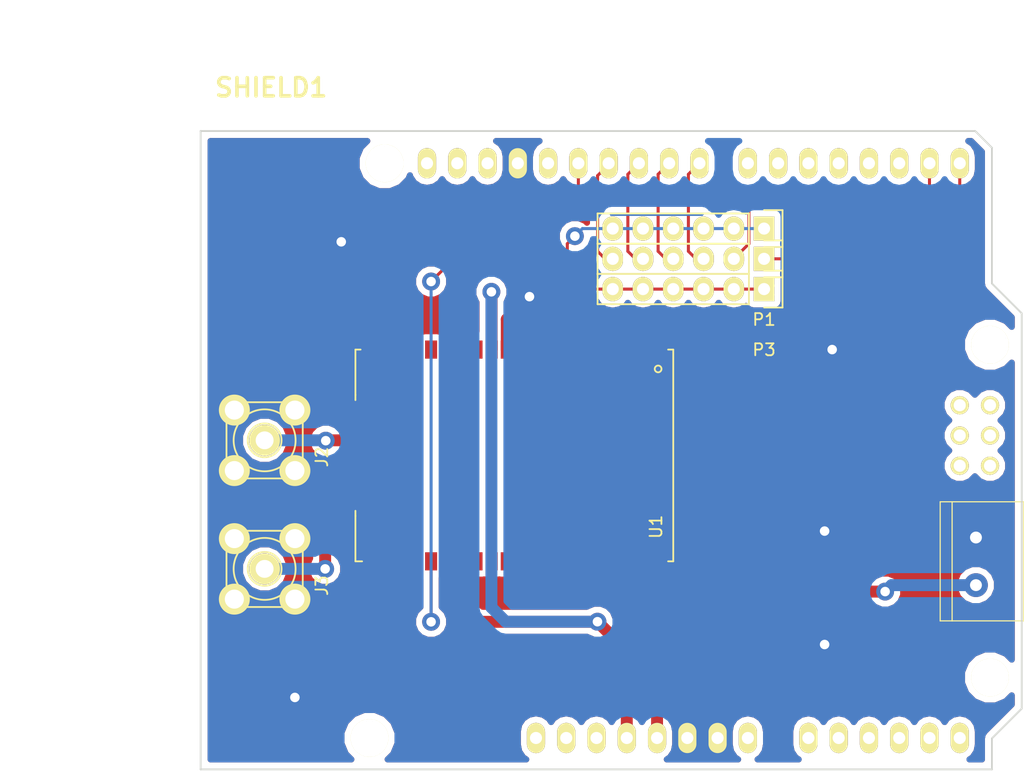
<source format=kicad_pcb>
(kicad_pcb (version 4) (host pcbnew 4.0.1-4.201602090852+6195~38~ubuntu14.04.1-stable)

  (general
    (links 48)
    (no_connects 8)
    (area 148.224999 51.424999 217.275001 105.175001)
    (thickness 1.6)
    (drawings 13)
    (tracks 129)
    (zones 0)
    (modules 8)
    (nets 68)
  )

  (page A4)
  (layers
    (0 F.Cu signal)
    (31 B.Cu signal hide)
    (32 B.Adhes user)
    (33 F.Adhes user)
    (34 B.Paste user)
    (35 F.Paste user)
    (36 B.SilkS user)
    (37 F.SilkS user)
    (38 B.Mask user)
    (39 F.Mask user)
    (40 Dwgs.User user)
    (41 Cmts.User user)
    (42 Eco1.User user)
    (43 Eco2.User user)
    (44 Edge.Cuts user)
    (45 Margin user)
    (46 B.CrtYd user)
    (47 F.CrtYd user)
    (48 B.Fab user)
    (49 F.Fab user)
  )

  (setup
    (last_trace_width 1)
    (trace_clearance 0.254)
    (zone_clearance 0.508)
    (zone_45_only yes)
    (trace_min 0.2)
    (segment_width 0.2)
    (edge_width 0.15)
    (via_size 1.5)
    (via_drill 0.8)
    (via_min_size 0.4)
    (via_min_drill 0.3)
    (uvia_size 1.2)
    (uvia_drill 0.8)
    (uvias_allowed no)
    (uvia_min_size 0.2)
    (uvia_min_drill 0.1)
    (pcb_text_width 0.3)
    (pcb_text_size 1.5 1.5)
    (mod_edge_width 0.15)
    (mod_text_size 1 1)
    (mod_text_width 0.15)
    (pad_size 1.524 1.524)
    (pad_drill 0.762)
    (pad_to_mask_clearance 0.2)
    (aux_axis_origin 0 0)
    (visible_elements FFFFFF7F)
    (pcbplotparams
      (layerselection 0x01000_80000001)
      (usegerberextensions true)
      (usegerberattributes true)
      (excludeedgelayer true)
      (linewidth 0.100000)
      (plotframeref true)
      (viasonmask true)
      (mode 1)
      (useauxorigin false)
      (hpglpennumber 1)
      (hpglpenspeed 20)
      (hpglpendiameter 15)
      (hpglpenoverlay 2)
      (psnegative false)
      (psa4output false)
      (plotreference true)
      (plotvalue true)
      (plotinvisibletext false)
      (padsonsilk false)
      (subtractmaskfromsilk true)
      (outputformat 1)
      (mirror false)
      (drillshape 0)
      (scaleselection 1)
      (outputdirectory "test gerbers/"))
  )

  (net 0 "")
  (net 1 "Net-(SHIELD1-PadAD4)")
  (net 2 "Net-(SHIELD1-PadAD3)")
  (net 3 "Net-(SHIELD1-PadAD0)")
  (net 4 "Net-(SHIELD1-PadAD1)")
  (net 5 "Net-(SHIELD1-PadAD2)")
  (net 6 "Net-(SHIELD1-PadV_IN)")
  (net 7 "Net-(SHIELD1-PadAREF)")
  (net 8 "Net-(SHIELD1-PadSDA)")
  (net 9 "Net-(SHIELD1-PadSCL)")
  (net 10 "Net-(SHIELD1-PadIO_R)")
  (net 11 "Net-(SHIELD1-PadNC)")
  (net 12 "Net-(SHIELD1-PadSP1)")
  (net 13 "Net-(SHIELD1-PadSP2)")
  (net 14 "Net-(SHIELD1-PadSP3)")
  (net 15 "Net-(SHIELD1-PadSP4)")
  (net 16 "Net-(SHIELD1-PadSP5)")
  (net 17 "Net-(SHIELD1-PadSP6)")
  (net 18 GND)
  (net 19 BATTERY)
  (net 20 "Net-(J2-Pad1)")
  (net 21 "Net-(SHIELD1-PadAD5)")
  (net 22 3.3VOLT)
  (net 23 UART_ARDUINO_TO_RADIO)
  (net 24 UART_RADIO_TO_ARDUINO)
  (net 25 "Net-(U1-Pad46)")
  (net 26 "Net-(U1-Pad45)")
  (net 27 "Net-(U1-Pad44)")
  (net 28 "Net-(U1-Pad43)")
  (net 29 "Net-(U1-Pad42)")
  (net 30 "Net-(U1-Pad40)")
  (net 31 "Net-(U1-Pad39)")
  (net 32 "Net-(U1-Pad38)")
  (net 33 "Net-(U1-Pad37)")
  (net 34 "Net-(U1-Pad36)")
  (net 35 "Net-(U1-Pad35)")
  (net 36 "Net-(U1-Pad30)")
  (net 37 "Net-(U1-Pad29)")
  (net 38 "Net-(U1-Pad19)")
  (net 39 "Net-(U1-Pad18)")
  (net 40 "Net-(U1-Pad17)")
  (net 41 "Net-(U1-Pad16)")
  (net 42 "Net-(U1-Pad15)")
  (net 43 "Net-(U1-Pad14)")
  (net 44 "Net-(U1-Pad13)")
  (net 45 "Net-(U1-Pad10)")
  (net 46 "Net-(U1-Pad9)")
  (net 47 "Net-(U1-Pad5)")
  (net 48 "Net-(U1-Pad4)")
  (net 49 "Net-(U1-Pad3)")
  (net 50 "Net-(U1-Pad2)")
  (net 51 /AD_P8)
  (net 52 /AD_P9)
  (net 53 /AD_P10)
  (net 54 /AD_P11)
  (net 55 "Net-(J3-Pad1)")
  (net 56 "Net-(SHIELD1-PadRST)")
  (net 57 "Net-(SHIELD1-Pad2)")
  (net 58 "Net-(SHIELD1-Pad3)")
  (net 59 "Net-(SHIELD1-Pad4)")
  (net 60 "Net-(SHIELD1-Pad5)")
  (net 61 "Net-(SHIELD1-Pad6)")
  (net 62 "Net-(SHIELD1-Pad7)")
  (net 63 "Net-(SHIELD1-Pad13)")
  (net 64 RN_RESET)
  (net 65 "Net-(U1-Pad31)")
  (net 66 /HW_RX)
  (net 67 /HW_TX)

  (net_class Default "This is the default net class."
    (clearance 0.254)
    (trace_width 1)
    (via_dia 1.5)
    (via_drill 0.8)
    (uvia_dia 1.2)
    (uvia_drill 0.8)
    (add_net /AD_P10)
    (add_net /AD_P11)
    (add_net /AD_P8)
    (add_net /AD_P9)
    (add_net /HW_RX)
    (add_net /HW_TX)
    (add_net 3.3VOLT)
    (add_net BATTERY)
    (add_net GND)
    (add_net "Net-(J2-Pad1)")
    (add_net "Net-(J3-Pad1)")
    (add_net "Net-(SHIELD1-Pad13)")
    (add_net "Net-(SHIELD1-Pad2)")
    (add_net "Net-(SHIELD1-Pad3)")
    (add_net "Net-(SHIELD1-Pad4)")
    (add_net "Net-(SHIELD1-Pad5)")
    (add_net "Net-(SHIELD1-Pad6)")
    (add_net "Net-(SHIELD1-Pad7)")
    (add_net "Net-(SHIELD1-PadAD0)")
    (add_net "Net-(SHIELD1-PadAD1)")
    (add_net "Net-(SHIELD1-PadAD2)")
    (add_net "Net-(SHIELD1-PadAD3)")
    (add_net "Net-(SHIELD1-PadAD4)")
    (add_net "Net-(SHIELD1-PadAD5)")
    (add_net "Net-(SHIELD1-PadAREF)")
    (add_net "Net-(SHIELD1-PadIO_R)")
    (add_net "Net-(SHIELD1-PadNC)")
    (add_net "Net-(SHIELD1-PadRST)")
    (add_net "Net-(SHIELD1-PadSCL)")
    (add_net "Net-(SHIELD1-PadSDA)")
    (add_net "Net-(SHIELD1-PadSP1)")
    (add_net "Net-(SHIELD1-PadSP2)")
    (add_net "Net-(SHIELD1-PadSP3)")
    (add_net "Net-(SHIELD1-PadSP4)")
    (add_net "Net-(SHIELD1-PadSP5)")
    (add_net "Net-(SHIELD1-PadSP6)")
    (add_net "Net-(SHIELD1-PadV_IN)")
    (add_net "Net-(U1-Pad10)")
    (add_net "Net-(U1-Pad13)")
    (add_net "Net-(U1-Pad14)")
    (add_net "Net-(U1-Pad15)")
    (add_net "Net-(U1-Pad16)")
    (add_net "Net-(U1-Pad17)")
    (add_net "Net-(U1-Pad18)")
    (add_net "Net-(U1-Pad19)")
    (add_net "Net-(U1-Pad2)")
    (add_net "Net-(U1-Pad29)")
    (add_net "Net-(U1-Pad3)")
    (add_net "Net-(U1-Pad30)")
    (add_net "Net-(U1-Pad31)")
    (add_net "Net-(U1-Pad35)")
    (add_net "Net-(U1-Pad36)")
    (add_net "Net-(U1-Pad37)")
    (add_net "Net-(U1-Pad38)")
    (add_net "Net-(U1-Pad39)")
    (add_net "Net-(U1-Pad4)")
    (add_net "Net-(U1-Pad40)")
    (add_net "Net-(U1-Pad42)")
    (add_net "Net-(U1-Pad43)")
    (add_net "Net-(U1-Pad44)")
    (add_net "Net-(U1-Pad45)")
    (add_net "Net-(U1-Pad46)")
    (add_net "Net-(U1-Pad5)")
    (add_net "Net-(U1-Pad9)")
    (add_net RN_RESET)
    (add_net UART_ARDUINO_TO_RADIO)
    (add_net UART_RADIO_TO_ARDUINO)
  )

  (net_class Thin ""
    (clearance 0.254)
    (trace_width 0.254)
    (via_dia 1.5)
    (via_drill 0.8)
    (uvia_dia 1.2)
    (uvia_drill 0.8)
  )

  (module freetronics_footprints:ARDUINO_SHIELD (layer F.Cu) (tedit 0) (tstamp 5642010B)
    (at 148.5011 105.0036)
    (descr http://www.thingiverse.com/thing:9630)
    (path /5642002E)
    (fp_text reference SHIELD1 (at 5.715 -57.15) (layer F.SilkS)
      (effects (font (thickness 0.3048)))
    )
    (fp_text value ARDUINO_SHIELD (at 10.16 -54.61) (layer F.SilkS) hide
      (effects (font (thickness 0.3048)))
    )
    (fp_line (start 66.04 -40.64) (end 66.04 -52.07) (layer Cmts.User) (width 0.381))
    (fp_line (start 66.04 -52.07) (end 64.77 -53.34) (layer Cmts.User) (width 0.381))
    (fp_line (start 64.77 -53.34) (end 0 -53.34) (layer Cmts.User) (width 0.381))
    (fp_line (start 66.04 0) (end 0 0) (layer Cmts.User) (width 0.381))
    (fp_line (start 0 0) (end 0 -53.34) (layer Cmts.User) (width 0.381))
    (fp_line (start 66.04 -40.64) (end 68.58 -38.1) (layer Cmts.User) (width 0.381))
    (fp_line (start 68.58 -38.1) (end 68.58 -5.08) (layer Cmts.User) (width 0.381))
    (fp_line (start 68.58 -5.08) (end 66.04 -2.54) (layer Cmts.User) (width 0.381))
    (fp_line (start 66.04 -2.54) (end 66.04 0) (layer Cmts.User) (width 0.381))
    (pad AD5 thru_hole oval (at 63.5 -2.54 90) (size 2.54 1.524) (drill 1.016) (layers *.Cu *.Mask F.SilkS)
      (net 21 "Net-(SHIELD1-PadAD5)"))
    (pad AD4 thru_hole oval (at 60.96 -2.54 90) (size 2.54 1.524) (drill 1.016) (layers *.Cu *.Mask F.SilkS)
      (net 1 "Net-(SHIELD1-PadAD4)"))
    (pad AD3 thru_hole oval (at 58.42 -2.54 90) (size 2.54 1.524) (drill 1.016) (layers *.Cu *.Mask F.SilkS)
      (net 2 "Net-(SHIELD1-PadAD3)"))
    (pad AD0 thru_hole oval (at 50.8 -2.54 90) (size 2.54 1.524) (drill 1.016) (layers *.Cu *.Mask F.SilkS)
      (net 3 "Net-(SHIELD1-PadAD0)"))
    (pad AD1 thru_hole oval (at 53.34 -2.54 90) (size 2.54 1.524) (drill 1.016) (layers *.Cu *.Mask F.SilkS)
      (net 4 "Net-(SHIELD1-PadAD1)"))
    (pad AD2 thru_hole oval (at 55.88 -2.54 90) (size 2.54 1.524) (drill 1.016) (layers *.Cu *.Mask F.SilkS)
      (net 5 "Net-(SHIELD1-PadAD2)"))
    (pad V_IN thru_hole oval (at 45.72 -2.54 90) (size 2.54 1.524) (drill 1.016) (layers *.Cu *.Mask F.SilkS)
      (net 6 "Net-(SHIELD1-PadV_IN)"))
    (pad GND2 thru_hole oval (at 43.18 -2.54 90) (size 2.54 1.524) (drill 1.016) (layers *.Cu *.Mask F.SilkS)
      (net 18 GND))
    (pad GND1 thru_hole oval (at 40.64 -2.54 90) (size 2.54 1.524) (drill 1.016) (layers *.Cu *.Mask F.SilkS)
      (net 18 GND))
    (pad 3V3 thru_hole oval (at 35.56 -2.54 90) (size 2.54 1.524) (drill 1.016) (layers *.Cu *.Mask F.SilkS)
      (net 22 3.3VOLT))
    (pad RST thru_hole oval (at 33.02 -2.54 90) (size 2.54 1.524) (drill 1.016) (layers *.Cu *.Mask F.SilkS)
      (net 56 "Net-(SHIELD1-PadRST)"))
    (pad 0 thru_hole oval (at 63.5 -50.8 90) (size 2.54 1.524) (drill 1.016) (layers *.Cu *.Mask F.SilkS)
      (net 66 /HW_RX))
    (pad 1 thru_hole oval (at 60.96 -50.8 90) (size 2.54 1.524) (drill 1.016) (layers *.Cu *.Mask F.SilkS)
      (net 67 /HW_TX))
    (pad 2 thru_hole oval (at 58.42 -50.8 90) (size 2.54 1.524) (drill 1.016) (layers *.Cu *.Mask F.SilkS)
      (net 57 "Net-(SHIELD1-Pad2)"))
    (pad 3 thru_hole oval (at 55.88 -50.8 90) (size 2.54 1.524) (drill 1.016) (layers *.Cu *.Mask F.SilkS)
      (net 58 "Net-(SHIELD1-Pad3)"))
    (pad 4 thru_hole oval (at 53.34 -50.8 90) (size 2.54 1.524) (drill 1.016) (layers *.Cu *.Mask F.SilkS)
      (net 59 "Net-(SHIELD1-Pad4)"))
    (pad 5 thru_hole oval (at 50.8 -50.8 90) (size 2.54 1.524) (drill 1.016) (layers *.Cu *.Mask F.SilkS)
      (net 60 "Net-(SHIELD1-Pad5)"))
    (pad 6 thru_hole oval (at 48.26 -50.8 90) (size 2.54 1.524) (drill 1.016) (layers *.Cu *.Mask F.SilkS)
      (net 61 "Net-(SHIELD1-Pad6)"))
    (pad 7 thru_hole oval (at 45.72 -50.8 90) (size 2.54 1.524) (drill 1.016) (layers *.Cu *.Mask F.SilkS)
      (net 62 "Net-(SHIELD1-Pad7)"))
    (pad 8 thru_hole oval (at 41.656 -50.8 90) (size 2.54 1.524) (drill 1.016) (layers *.Cu *.Mask F.SilkS)
      (net 51 /AD_P8))
    (pad 9 thru_hole oval (at 39.116 -50.8 90) (size 2.54 1.524) (drill 1.016) (layers *.Cu *.Mask F.SilkS)
      (net 52 /AD_P9))
    (pad 10 thru_hole oval (at 36.576 -50.8 90) (size 2.54 1.524) (drill 1.016) (layers *.Cu *.Mask F.SilkS)
      (net 53 /AD_P10))
    (pad 11 thru_hole oval (at 34.036 -50.8 90) (size 2.54 1.524) (drill 1.016) (layers *.Cu *.Mask F.SilkS)
      (net 54 /AD_P11))
    (pad 12 thru_hole oval (at 31.496 -50.8 90) (size 2.54 1.524) (drill 1.016) (layers *.Cu *.Mask F.SilkS)
      (net 64 RN_RESET))
    (pad 13 thru_hole oval (at 28.956 -50.8 90) (size 2.54 1.524) (drill 1.016) (layers *.Cu *.Mask F.SilkS)
      (net 63 "Net-(SHIELD1-Pad13)"))
    (pad GND3 thru_hole oval (at 26.416 -50.8 90) (size 2.54 1.524) (drill 1.016) (layers *.Cu *.Mask F.SilkS)
      (net 18 GND))
    (pad AREF thru_hole oval (at 23.876 -50.8 90) (size 2.54 1.524) (drill 1.016) (layers *.Cu *.Mask F.SilkS)
      (net 7 "Net-(SHIELD1-PadAREF)"))
    (pad 5V thru_hole oval (at 38.1 -2.54 90) (size 2.54 1.524) (drill 1.016) (layers *.Cu *.Mask F.SilkS)
      (net 19 BATTERY))
    (pad "" np_thru_hole circle (at 66.04 -7.62 90) (size 3.175 3.175) (drill 3.175) (layers *.Cu *.Mask F.SilkS))
    (pad "" np_thru_hole circle (at 66.04 -35.56 90) (size 3.175 3.175) (drill 3.175) (layers *.Cu *.Mask F.SilkS))
    (pad "" np_thru_hole circle (at 15.24 -50.8 90) (size 3.175 3.175) (drill 3.175) (layers *.Cu *.Mask F.SilkS))
    (pad "" np_thru_hole circle (at 13.97 -2.54 90) (size 3.175 3.175) (drill 3.175) (layers *.Cu *.Mask F.SilkS))
    (pad SDA thru_hole oval (at 21.336 -50.8 90) (size 2.54 1.524) (drill 1.016) (layers *.Cu *.Mask F.SilkS)
      (net 8 "Net-(SHIELD1-PadSDA)"))
    (pad SCL thru_hole oval (at 18.796 -50.8 90) (size 2.54 1.524) (drill 1.016) (layers *.Cu *.Mask F.SilkS)
      (net 9 "Net-(SHIELD1-PadSCL)"))
    (pad IO_R thru_hole oval (at 30.48 -2.54 90) (size 2.54 1.524) (drill 1.016) (layers *.Cu *.Mask F.SilkS)
      (net 10 "Net-(SHIELD1-PadIO_R)"))
    (pad NC thru_hole oval (at 27.94 -2.54 90) (size 2.54 1.524) (drill 1.016) (layers *.Cu *.Mask F.SilkS)
      (net 11 "Net-(SHIELD1-PadNC)"))
    (pad SP1 thru_hole circle (at 63.5 -30.48 90) (size 1.524 1.524) (drill 1.016) (layers *.Cu *.Mask F.SilkS)
      (net 12 "Net-(SHIELD1-PadSP1)"))
    (pad SP2 thru_hole circle (at 66.04 -30.48 90) (size 1.524 1.524) (drill 1.016) (layers *.Cu *.Mask F.SilkS)
      (net 13 "Net-(SHIELD1-PadSP2)"))
    (pad SP3 thru_hole circle (at 63.5 -27.94 90) (size 1.524 1.524) (drill 1.016) (layers *.Cu *.Mask F.SilkS)
      (net 14 "Net-(SHIELD1-PadSP3)"))
    (pad SP4 thru_hole circle (at 66.04 -27.94 90) (size 1.524 1.524) (drill 1.016) (layers *.Cu *.Mask F.SilkS)
      (net 15 "Net-(SHIELD1-PadSP4)"))
    (pad SP5 thru_hole circle (at 63.5 -25.4 90) (size 1.524 1.524) (drill 1.016) (layers *.Cu *.Mask F.SilkS)
      (net 16 "Net-(SHIELD1-PadSP5)"))
    (pad SP6 thru_hole circle (at 66.04 -25.4 90) (size 1.524 1.524) (drill 1.016) (layers *.Cu *.Mask F.SilkS)
      (net 17 "Net-(SHIELD1-PadSP6)"))
  )

  (module My_Library:RN2483 (layer F.Cu) (tedit 5643193A) (tstamp 56432F32)
    (at 187.96 87.63 90)
    (path /56BB3343)
    (fp_text reference U1 (at 2.8956 -1.4478 90) (layer F.SilkS)
      (effects (font (size 1 1) (thickness 0.15)))
    )
    (fp_text value RN2483 (at 4.7752 -24.2062 90) (layer F.Fab) hide
      (effects (font (size 1 1) (thickness 0.15)))
    )
    (fp_circle (center 16.1544 -1.27) (end 16.2814 -1.016) (layer F.SilkS) (width 0.15))
    (fp_line (start 0 0) (end 0 -0.4318) (layer F.SilkS) (width 0.15))
    (fp_line (start 17.78 0) (end 17.78 -0.4318) (layer F.SilkS) (width 0.15))
    (fp_line (start 17.78 -26.67) (end 17.78 -26.2382) (layer F.SilkS) (width 0.15))
    (fp_line (start 13.97 -26.67) (end 13.5382 -26.67) (layer F.SilkS) (width 0.15))
    (fp_line (start 0 -26.67) (end 0 -26.1112) (layer F.SilkS) (width 0.15))
    (fp_line (start 3.81 -26.67) (end 4.2418 -26.67) (layer F.SilkS) (width 0.15))
    (fp_line (start 13.97 -26.67) (end 17.78 -26.67) (layer F.SilkS) (width 0.15))
    (fp_line (start 0 -26.67) (end 3.81 -26.67) (layer F.SilkS) (width 0.15))
    (fp_line (start 0 0) (end 17.78 0) (layer F.SilkS) (width 0.15))
    (pad 47 smd rect (at 0 -1.27 90) (size 1.524 1.016) (layers F.Cu F.Paste F.Mask)
      (net 18 GND))
    (pad 46 smd rect (at 0 -2.54 90) (size 1.524 1.016) (layers F.Cu F.Paste F.Mask)
      (net 25 "Net-(U1-Pad46)"))
    (pad 45 smd rect (at 0 -3.81 90) (size 1.524 1.016) (layers F.Cu F.Paste F.Mask)
      (net 26 "Net-(U1-Pad45)"))
    (pad 44 smd rect (at 0 -5.08 90) (size 1.524 1.016) (layers F.Cu F.Paste F.Mask)
      (net 27 "Net-(U1-Pad44)"))
    (pad 43 smd rect (at 0 -6.35 90) (size 1.524 1.016) (layers F.Cu F.Paste F.Mask)
      (net 28 "Net-(U1-Pad43)"))
    (pad 42 smd rect (at 0 -7.62 90) (size 1.524 1.016) (layers F.Cu F.Paste F.Mask)
      (net 29 "Net-(U1-Pad42)"))
    (pad 41 smd rect (at 0 -8.89 90) (size 1.524 1.016) (layers F.Cu F.Paste F.Mask)
      (net 18 GND))
    (pad 40 smd rect (at 0 -10.16 90) (size 1.524 1.016) (layers F.Cu F.Paste F.Mask)
      (net 30 "Net-(U1-Pad40)"))
    (pad 39 smd rect (at 0 -11.43 90) (size 1.524 1.016) (layers F.Cu F.Paste F.Mask)
      (net 31 "Net-(U1-Pad39)"))
    (pad 38 smd rect (at 0 -12.7 90) (size 1.524 1.016) (layers F.Cu F.Paste F.Mask)
      (net 32 "Net-(U1-Pad38)"))
    (pad 37 smd rect (at 0 -13.97 90) (size 1.524 1.016) (layers F.Cu F.Paste F.Mask)
      (net 33 "Net-(U1-Pad37)"))
    (pad 36 smd rect (at 0 -15.24 90) (size 1.524 1.016) (layers F.Cu F.Paste F.Mask)
      (net 34 "Net-(U1-Pad36)"))
    (pad 35 smd rect (at 0 -16.51 90) (size 1.524 1.016) (layers F.Cu F.Paste F.Mask)
      (net 35 "Net-(U1-Pad35)"))
    (pad 34 smd rect (at 0 -17.78 90) (size 1.524 1.016) (layers F.Cu F.Paste F.Mask)
      (net 22 3.3VOLT))
    (pad 33 smd rect (at 0 -19.05 90) (size 1.524 1.016) (layers F.Cu F.Paste F.Mask)
      (net 18 GND))
    (pad 32 smd rect (at 0 -20.32 90) (size 1.524 1.016) (layers F.Cu F.Paste F.Mask)
      (net 64 RN_RESET))
    (pad 31 smd rect (at 0 -21.59 90) (size 1.524 1.016) (layers F.Cu F.Paste F.Mask)
      (net 65 "Net-(U1-Pad31)"))
    (pad 30 smd rect (at 0 -22.86 90) (size 1.524 1.016) (layers F.Cu F.Paste F.Mask)
      (net 36 "Net-(U1-Pad30)"))
    (pad 29 smd rect (at 0 -24.13 90) (size 1.524 1.016) (layers F.Cu F.Paste F.Mask)
      (net 37 "Net-(U1-Pad29)"))
    (pad 28 smd rect (at 0 -25.4 90) (size 1.524 1.016) (layers F.Cu F.Paste F.Mask)
      (net 18 GND))
    (pad 20 smd rect (at 17.78 -25.4 90) (size 1.524 1.016) (layers F.Cu F.Paste F.Mask)
      (net 18 GND))
    (pad 27 smd rect (at 5.08 -26.67 90) (size 1.016 1.524) (layers F.Cu F.Paste F.Mask)
      (net 18 GND))
    (pad 26 smd rect (at 6.35 -26.67 90) (size 1.016 1.524) (layers F.Cu F.Paste F.Mask)
      (net 18 GND))
    (pad 25 smd rect (at 7.62 -26.67 90) (size 1.016 1.524) (layers F.Cu F.Paste F.Mask)
      (net 55 "Net-(J3-Pad1)"))
    (pad 24 smd rect (at 8.89 -26.67 90) (size 1.016 1.524) (layers F.Cu F.Paste F.Mask)
      (net 18 GND))
    (pad 23 smd rect (at 10.16 -26.67 90) (size 1.016 1.524) (layers F.Cu F.Paste F.Mask)
      (net 20 "Net-(J2-Pad1)"))
    (pad 22 smd rect (at 11.43 -26.67 90) (size 1.016 1.524) (layers F.Cu F.Paste F.Mask)
      (net 18 GND))
    (pad 21 smd rect (at 12.7 -26.67 90) (size 1.016 1.524) (layers F.Cu F.Paste F.Mask)
      (net 18 GND))
    (pad 19 smd rect (at 17.78 -24.13 90) (size 1.524 1.016) (layers F.Cu F.Paste F.Mask)
      (net 38 "Net-(U1-Pad19)"))
    (pad 18 smd rect (at 17.78 -22.86 90) (size 1.524 1.016) (layers F.Cu F.Paste F.Mask)
      (net 39 "Net-(U1-Pad18)"))
    (pad 17 smd rect (at 17.78 -21.59 90) (size 1.524 1.016) (layers F.Cu F.Paste F.Mask)
      (net 40 "Net-(U1-Pad17)"))
    (pad 16 smd rect (at 17.78 -20.32 90) (size 1.524 1.016) (layers F.Cu F.Paste F.Mask)
      (net 41 "Net-(U1-Pad16)"))
    (pad 15 smd rect (at 17.78 -19.05 90) (size 1.524 1.016) (layers F.Cu F.Paste F.Mask)
      (net 42 "Net-(U1-Pad15)"))
    (pad 14 smd rect (at 17.78 -17.78 90) (size 1.524 1.016) (layers F.Cu F.Paste F.Mask)
      (net 43 "Net-(U1-Pad14)"))
    (pad 13 smd rect (at 17.78 -16.51 90) (size 1.524 1.016) (layers F.Cu F.Paste F.Mask)
      (net 44 "Net-(U1-Pad13)"))
    (pad 12 smd rect (at 17.78 -15.24 90) (size 1.524 1.016) (layers F.Cu F.Paste F.Mask)
      (net 22 3.3VOLT))
    (pad 11 smd rect (at 17.78 -13.97 90) (size 1.524 1.016) (layers F.Cu F.Paste F.Mask)
      (net 18 GND))
    (pad 10 smd rect (at 17.78 -12.7 90) (size 1.524 1.016) (layers F.Cu F.Paste F.Mask)
      (net 45 "Net-(U1-Pad10)"))
    (pad 9 smd rect (at 17.78 -11.43 90) (size 1.524 1.016) (layers F.Cu F.Paste F.Mask)
      (net 46 "Net-(U1-Pad9)"))
    (pad 8 smd rect (at 17.78 -10.16 90) (size 1.524 1.016) (layers F.Cu F.Paste F.Mask)
      (net 18 GND))
    (pad 7 smd rect (at 17.78 -8.89 90) (size 1.524 1.016) (layers F.Cu F.Paste F.Mask)
      (net 23 UART_ARDUINO_TO_RADIO))
    (pad 6 smd rect (at 17.78 -7.62 90) (size 1.524 1.016) (layers F.Cu F.Paste F.Mask)
      (net 24 UART_RADIO_TO_ARDUINO))
    (pad 5 smd rect (at 17.78 -6.35 90) (size 1.524 1.016) (layers F.Cu F.Paste F.Mask)
      (net 47 "Net-(U1-Pad5)"))
    (pad 4 smd rect (at 17.78 -5.08 90) (size 1.524 1.016) (layers F.Cu F.Paste F.Mask)
      (net 48 "Net-(U1-Pad4)"))
    (pad 3 smd rect (at 17.78 -3.81 90) (size 1.524 1.016) (layers F.Cu F.Paste F.Mask)
      (net 49 "Net-(U1-Pad3)"))
    (pad 2 smd rect (at 17.78 -2.54 90) (size 1.524 1.016) (layers F.Cu F.Paste F.Mask)
      (net 50 "Net-(U1-Pad2)"))
    (pad 1 smd rect (at 17.78 -1.27 90) (size 1.524 1.016) (layers F.Cu F.Paste F.Mask)
      (net 18 GND))
  )

  (module My_Library:JPM-SCREWTERMINAL-5MM-2 (layer F.Cu) (tedit 56433689) (tstamp 56432EEC)
    (at 213.36 87.63 270)
    (path /56423C4B)
    (fp_text reference J1 (at 0 -2 270) (layer Eco1.User)
      (effects (font (size 0 0) (thickness 0.15)))
    )
    (fp_text value SCREW_TERMINAL (at 0 -1 270) (layer Eco1.User) hide
      (effects (font (size 0 0) (thickness 0.15)))
    )
    (fp_line (start -5 -3) (end -5 -3) (layer Cmts.User) (width 0))
    (fp_line (start -5 -3) (end -5 -3) (layer Cmts.User) (width 0))
    (fp_line (start -5 -3) (end -5 -3) (layer Cmts.User) (width 0))
    (fp_line (start 4 0) (end 4 3) (layer Cmts.User) (width 0))
    (fp_line (start 0 0) (end 0 3) (layer Cmts.User) (width 0))
    (fp_line (start 0 0) (end 0 3) (layer Cmts.User) (width 0))
    (fp_line (start -4 0) (end -4 3) (layer Cmts.User) (width 0))
    (fp_line (start -5 2) (end -5 3) (layer F.SilkS) (width 0))
    (fp_line (start -5 3) (end 5 3) (layer F.SilkS) (width 0))
    (fp_line (start 5 3) (end 5 2) (layer F.SilkS) (width 0))
    (fp_line (start -5 2) (end 5 2) (layer F.SilkS) (width 0))
    (fp_line (start -5 -4) (end 5 -4) (layer F.SilkS) (width 0))
    (fp_line (start 5 -4) (end 5 2) (layer F.SilkS) (width 0))
    (fp_line (start -5 2) (end -5 -4) (layer F.SilkS) (width 0))
    (fp_line (start 4 -3) (end 4 -3) (layer Cmts.User) (width 0))
    (fp_line (start 4 -4) (end 4 -3) (layer Cmts.User) (width 0))
    (fp_line (start 4 -4) (end 4 -4) (layer Cmts.User) (width 0))
    (pad 1 thru_hole circle (at -2 0 270) (size 2 2) (drill 1) (layers *.Cu *.Mask)
      (net 18 GND))
    (pad 2 thru_hole circle (at 2 0 270) (size 2 2) (drill 1) (layers *.Cu *.Mask)
      (net 19 BATTERY))
  )

  (module My_Library:SMA_BOARD_UPRIGHT (layer F.Cu) (tedit 5643618C) (tstamp 56432EF5)
    (at 153.67 77.47 90)
    (path /56430378)
    (fp_text reference J2 (at -1.4 4.8 90) (layer F.SilkS)
      (effects (font (size 1 1) (thickness 0.15)))
    )
    (fp_text value SMA (at 4.3 -4.8 90) (layer F.Fab) hide
      (effects (font (size 1 1) (thickness 0.15)))
    )
    (fp_circle (center 0 0) (end 0.9 1.1) (layer F.SilkS) (width 0.15))
    (fp_circle (center 0 0) (end 1 2.4) (layer F.SilkS) (width 0.15))
    (fp_line (start 2.2 2.2) (end 2.2 3.2) (layer F.SilkS) (width 0.15))
    (fp_line (start 3.2 2.2) (end 2.2 2.2) (layer F.SilkS) (width 0.15))
    (fp_line (start -2.2 2.2) (end -2.2 3.2) (layer F.SilkS) (width 0.15))
    (fp_line (start -3.2 2.2) (end -2.2 2.2) (layer F.SilkS) (width 0.15))
    (fp_line (start -2.2 -2.2) (end -2.2 -3.2) (layer F.SilkS) (width 0.15))
    (fp_line (start -3.2 -2.2) (end -2.2 -2.2) (layer F.SilkS) (width 0.15))
    (fp_line (start 2.2 -2.2) (end 2.2 -3.2) (layer F.SilkS) (width 0.15))
    (fp_line (start 3.2 -2.2) (end 2.2 -2.2) (layer F.SilkS) (width 0.15))
    (fp_line (start -3.2 -3.2) (end -3.2 3.2) (layer F.SilkS) (width 0.15))
    (fp_line (start 3.2 3.2) (end -3.2 3.2) (layer F.SilkS) (width 0.15))
    (fp_line (start 3.2 -3.2) (end 3.2 3.2) (layer F.SilkS) (width 0.15))
    (fp_line (start -3.2 -3.2) (end 3.2 -3.2) (layer F.SilkS) (width 0.15))
    (pad 3 thru_hole circle (at 2.54 2.54 90) (size 2.6 2.6) (drill 1.6) (layers *.Cu *.Mask F.SilkS)
      (net 18 GND))
    (pad 4 thru_hole circle (at 2.54 -2.54 90) (size 2.6 2.6) (drill 1.6) (layers *.Cu *.Mask F.SilkS)
      (net 18 GND))
    (pad 5 thru_hole circle (at -2.54 -2.54 90) (size 2.6 2.6) (drill 1.6) (layers *.Cu *.Mask F.SilkS)
      (net 18 GND))
    (pad 2 thru_hole circle (at -2.54 2.54 90) (size 2.6 2.6) (drill 1.6) (layers *.Cu *.Mask F.SilkS)
      (net 18 GND))
    (pad 1 thru_hole circle (at 0 0 90) (size 2.6 2.6) (drill 1.5) (layers *.Cu *.Mask F.SilkS)
      (net 20 "Net-(J2-Pad1)"))
  )

  (module My_Library:SMA_BOARD_UPRIGHT (layer F.Cu) (tedit 5643618C) (tstamp 569FAB94)
    (at 153.67 88.265 90)
    (path /569F8A06)
    (fp_text reference J3 (at -1.4 4.8 90) (layer F.SilkS)
      (effects (font (size 1 1) (thickness 0.15)))
    )
    (fp_text value SMA (at 4.3 -4.8 90) (layer F.Fab) hide
      (effects (font (size 1 1) (thickness 0.15)))
    )
    (fp_circle (center 0 0) (end 0.9 1.1) (layer F.SilkS) (width 0.15))
    (fp_circle (center 0 0) (end 1 2.4) (layer F.SilkS) (width 0.15))
    (fp_line (start 2.2 2.2) (end 2.2 3.2) (layer F.SilkS) (width 0.15))
    (fp_line (start 3.2 2.2) (end 2.2 2.2) (layer F.SilkS) (width 0.15))
    (fp_line (start -2.2 2.2) (end -2.2 3.2) (layer F.SilkS) (width 0.15))
    (fp_line (start -3.2 2.2) (end -2.2 2.2) (layer F.SilkS) (width 0.15))
    (fp_line (start -2.2 -2.2) (end -2.2 -3.2) (layer F.SilkS) (width 0.15))
    (fp_line (start -3.2 -2.2) (end -2.2 -2.2) (layer F.SilkS) (width 0.15))
    (fp_line (start 2.2 -2.2) (end 2.2 -3.2) (layer F.SilkS) (width 0.15))
    (fp_line (start 3.2 -2.2) (end 2.2 -2.2) (layer F.SilkS) (width 0.15))
    (fp_line (start -3.2 -3.2) (end -3.2 3.2) (layer F.SilkS) (width 0.15))
    (fp_line (start 3.2 3.2) (end -3.2 3.2) (layer F.SilkS) (width 0.15))
    (fp_line (start 3.2 -3.2) (end 3.2 3.2) (layer F.SilkS) (width 0.15))
    (fp_line (start -3.2 -3.2) (end 3.2 -3.2) (layer F.SilkS) (width 0.15))
    (pad 3 thru_hole circle (at 2.54 2.54 90) (size 2.6 2.6) (drill 1.6) (layers *.Cu *.Mask F.SilkS)
      (net 18 GND))
    (pad 4 thru_hole circle (at 2.54 -2.54 90) (size 2.6 2.6) (drill 1.6) (layers *.Cu *.Mask F.SilkS)
      (net 18 GND))
    (pad 5 thru_hole circle (at -2.54 -2.54 90) (size 2.6 2.6) (drill 1.6) (layers *.Cu *.Mask F.SilkS)
      (net 18 GND))
    (pad 2 thru_hole circle (at -2.54 2.54 90) (size 2.6 2.6) (drill 1.6) (layers *.Cu *.Mask F.SilkS)
      (net 18 GND))
    (pad 1 thru_hole circle (at 0 0 90) (size 2.6 2.6) (drill 1.5) (layers *.Cu *.Mask F.SilkS)
      (net 55 "Net-(J3-Pad1)"))
  )

  (module Socket_Strips:Socket_Strip_Straight_1x06 (layer F.Cu) (tedit 0) (tstamp 56BB0D41)
    (at 195.58 62.23 180)
    (descr "Through hole socket strip")
    (tags "socket strip")
    (path /56BB3A79)
    (fp_text reference P1 (at 0 -5.1 180) (layer F.SilkS)
      (effects (font (size 1 1) (thickness 0.15)))
    )
    (fp_text value CONN_01X06 (at 0 -3.1 180) (layer F.Fab)
      (effects (font (size 1 1) (thickness 0.15)))
    )
    (fp_line (start -1.75 -1.75) (end -1.75 1.75) (layer F.CrtYd) (width 0.05))
    (fp_line (start 14.45 -1.75) (end 14.45 1.75) (layer F.CrtYd) (width 0.05))
    (fp_line (start -1.75 -1.75) (end 14.45 -1.75) (layer F.CrtYd) (width 0.05))
    (fp_line (start -1.75 1.75) (end 14.45 1.75) (layer F.CrtYd) (width 0.05))
    (fp_line (start 1.27 1.27) (end 13.97 1.27) (layer F.SilkS) (width 0.15))
    (fp_line (start 13.97 1.27) (end 13.97 -1.27) (layer F.SilkS) (width 0.15))
    (fp_line (start 13.97 -1.27) (end 1.27 -1.27) (layer F.SilkS) (width 0.15))
    (fp_line (start -1.55 1.55) (end 0 1.55) (layer F.SilkS) (width 0.15))
    (fp_line (start 1.27 1.27) (end 1.27 -1.27) (layer F.SilkS) (width 0.15))
    (fp_line (start 0 -1.55) (end -1.55 -1.55) (layer F.SilkS) (width 0.15))
    (fp_line (start -1.55 -1.55) (end -1.55 1.55) (layer F.SilkS) (width 0.15))
    (pad 1 thru_hole rect (at 0 0 180) (size 1.7272 2.032) (drill 1.016) (layers *.Cu *.Mask F.SilkS)
      (net 66 /HW_RX))
    (pad 2 thru_hole oval (at 2.54 0 180) (size 1.7272 2.032) (drill 1.016) (layers *.Cu *.Mask F.SilkS)
      (net 67 /HW_TX))
    (pad 3 thru_hole oval (at 5.08 0 180) (size 1.7272 2.032) (drill 1.016) (layers *.Cu *.Mask F.SilkS)
      (net 51 /AD_P8))
    (pad 4 thru_hole oval (at 7.62 0 180) (size 1.7272 2.032) (drill 1.016) (layers *.Cu *.Mask F.SilkS)
      (net 52 /AD_P9))
    (pad 5 thru_hole oval (at 10.16 0 180) (size 1.7272 2.032) (drill 1.016) (layers *.Cu *.Mask F.SilkS)
      (net 53 /AD_P10))
    (pad 6 thru_hole oval (at 12.7 0 180) (size 1.7272 2.032) (drill 1.016) (layers *.Cu *.Mask F.SilkS)
      (net 54 /AD_P11))
    (model Socket_Strips.3dshapes/Socket_Strip_Straight_1x06.wrl
      (at (xyz 0.25 0 0))
      (scale (xyz 1 1 1))
      (rotate (xyz 0 0 180))
    )
  )

  (module Socket_Strips:Socket_Strip_Straight_1x06 (layer F.Cu) (tedit 0) (tstamp 56BB0D4B)
    (at 195.58 59.69 180)
    (descr "Through hole socket strip")
    (tags "socket strip")
    (path /56BB3ABD)
    (fp_text reference P2 (at 0 -5.1 180) (layer F.SilkS)
      (effects (font (size 1 1) (thickness 0.15)))
    )
    (fp_text value CONN_01X06 (at 0 -3.1 180) (layer F.Fab)
      (effects (font (size 1 1) (thickness 0.15)))
    )
    (fp_line (start -1.75 -1.75) (end -1.75 1.75) (layer F.CrtYd) (width 0.05))
    (fp_line (start 14.45 -1.75) (end 14.45 1.75) (layer F.CrtYd) (width 0.05))
    (fp_line (start -1.75 -1.75) (end 14.45 -1.75) (layer F.CrtYd) (width 0.05))
    (fp_line (start -1.75 1.75) (end 14.45 1.75) (layer F.CrtYd) (width 0.05))
    (fp_line (start 1.27 1.27) (end 13.97 1.27) (layer F.SilkS) (width 0.15))
    (fp_line (start 13.97 1.27) (end 13.97 -1.27) (layer F.SilkS) (width 0.15))
    (fp_line (start 13.97 -1.27) (end 1.27 -1.27) (layer F.SilkS) (width 0.15))
    (fp_line (start -1.55 1.55) (end 0 1.55) (layer F.SilkS) (width 0.15))
    (fp_line (start 1.27 1.27) (end 1.27 -1.27) (layer F.SilkS) (width 0.15))
    (fp_line (start 0 -1.55) (end -1.55 -1.55) (layer F.SilkS) (width 0.15))
    (fp_line (start -1.55 -1.55) (end -1.55 1.55) (layer F.SilkS) (width 0.15))
    (pad 1 thru_hole rect (at 0 0 180) (size 1.7272 2.032) (drill 1.016) (layers *.Cu *.Mask F.SilkS)
      (net 23 UART_ARDUINO_TO_RADIO))
    (pad 2 thru_hole oval (at 2.54 0 180) (size 1.7272 2.032) (drill 1.016) (layers *.Cu *.Mask F.SilkS)
      (net 23 UART_ARDUINO_TO_RADIO))
    (pad 3 thru_hole oval (at 5.08 0 180) (size 1.7272 2.032) (drill 1.016) (layers *.Cu *.Mask F.SilkS)
      (net 23 UART_ARDUINO_TO_RADIO))
    (pad 4 thru_hole oval (at 7.62 0 180) (size 1.7272 2.032) (drill 1.016) (layers *.Cu *.Mask F.SilkS)
      (net 23 UART_ARDUINO_TO_RADIO))
    (pad 5 thru_hole oval (at 10.16 0 180) (size 1.7272 2.032) (drill 1.016) (layers *.Cu *.Mask F.SilkS)
      (net 23 UART_ARDUINO_TO_RADIO))
    (pad 6 thru_hole oval (at 12.7 0 180) (size 1.7272 2.032) (drill 1.016) (layers *.Cu *.Mask F.SilkS)
      (net 23 UART_ARDUINO_TO_RADIO))
    (model Socket_Strips.3dshapes/Socket_Strip_Straight_1x06.wrl
      (at (xyz 0.25 0 0))
      (scale (xyz 1 1 1))
      (rotate (xyz 0 0 180))
    )
  )

  (module Socket_Strips:Socket_Strip_Straight_1x06 (layer F.Cu) (tedit 0) (tstamp 56BB0D55)
    (at 195.58 64.77 180)
    (descr "Through hole socket strip")
    (tags "socket strip")
    (path /56BB3AFB)
    (fp_text reference P3 (at 0 -5.1 180) (layer F.SilkS)
      (effects (font (size 1 1) (thickness 0.15)))
    )
    (fp_text value CONN_01X06 (at 0 -3.1 180) (layer F.Fab)
      (effects (font (size 1 1) (thickness 0.15)))
    )
    (fp_line (start -1.75 -1.75) (end -1.75 1.75) (layer F.CrtYd) (width 0.05))
    (fp_line (start 14.45 -1.75) (end 14.45 1.75) (layer F.CrtYd) (width 0.05))
    (fp_line (start -1.75 -1.75) (end 14.45 -1.75) (layer F.CrtYd) (width 0.05))
    (fp_line (start -1.75 1.75) (end 14.45 1.75) (layer F.CrtYd) (width 0.05))
    (fp_line (start 1.27 1.27) (end 13.97 1.27) (layer F.SilkS) (width 0.15))
    (fp_line (start 13.97 1.27) (end 13.97 -1.27) (layer F.SilkS) (width 0.15))
    (fp_line (start 13.97 -1.27) (end 1.27 -1.27) (layer F.SilkS) (width 0.15))
    (fp_line (start -1.55 1.55) (end 0 1.55) (layer F.SilkS) (width 0.15))
    (fp_line (start 1.27 1.27) (end 1.27 -1.27) (layer F.SilkS) (width 0.15))
    (fp_line (start 0 -1.55) (end -1.55 -1.55) (layer F.SilkS) (width 0.15))
    (fp_line (start -1.55 -1.55) (end -1.55 1.55) (layer F.SilkS) (width 0.15))
    (pad 1 thru_hole rect (at 0 0 180) (size 1.7272 2.032) (drill 1.016) (layers *.Cu *.Mask F.SilkS)
      (net 24 UART_RADIO_TO_ARDUINO))
    (pad 2 thru_hole oval (at 2.54 0 180) (size 1.7272 2.032) (drill 1.016) (layers *.Cu *.Mask F.SilkS)
      (net 24 UART_RADIO_TO_ARDUINO))
    (pad 3 thru_hole oval (at 5.08 0 180) (size 1.7272 2.032) (drill 1.016) (layers *.Cu *.Mask F.SilkS)
      (net 24 UART_RADIO_TO_ARDUINO))
    (pad 4 thru_hole oval (at 7.62 0 180) (size 1.7272 2.032) (drill 1.016) (layers *.Cu *.Mask F.SilkS)
      (net 24 UART_RADIO_TO_ARDUINO))
    (pad 5 thru_hole oval (at 10.16 0 180) (size 1.7272 2.032) (drill 1.016) (layers *.Cu *.Mask F.SilkS)
      (net 24 UART_RADIO_TO_ARDUINO))
    (pad 6 thru_hole oval (at 12.7 0 180) (size 1.7272 2.032) (drill 1.016) (layers *.Cu *.Mask F.SilkS)
      (net 24 UART_RADIO_TO_ARDUINO))
    (model Socket_Strips.3dshapes/Socket_Strip_Straight_1x06.wrl
      (at (xyz 0.25 0 0))
      (scale (xyz 1 1 1))
      (rotate (xyz 0 0 180))
    )
  )

  (gr_text "RN2483 shield\nJP Meijers" (at 191.135 76.835) (layer F.Cu)
    (effects (font (size 1.5 1.5) (thickness 0.3)) (justify left))
  )
  (dimension 53.6 (width 0.3) (layer Margin)
    (gr_text "53,600 mm" (at 137.750001 78.3 270) (layer Margin)
      (effects (font (size 1.5 1.5) (thickness 0.3)))
    )
    (feature1 (pts (xy 148.3 105.1) (xy 136.400001 105.1)))
    (feature2 (pts (xy 148.3 51.5) (xy 136.400001 51.5)))
    (crossbar (pts (xy 139.100001 51.5) (xy 139.100001 105.1)))
    (arrow1a (pts (xy 139.100001 105.1) (xy 138.51358 103.973496)))
    (arrow1b (pts (xy 139.100001 105.1) (xy 139.686422 103.973496)))
    (arrow2a (pts (xy 139.100001 51.5) (xy 138.51358 52.626504)))
    (arrow2b (pts (xy 139.100001 51.5) (xy 139.686422 52.626504)))
  )
  (dimension 68.9 (width 0.3) (layer Margin)
    (gr_text "68,900 mm" (at 182.75 42.35) (layer Margin)
      (effects (font (size 1.5 1.5) (thickness 0.3)))
    )
    (feature1 (pts (xy 148.3 67.3) (xy 148.3 41)))
    (feature2 (pts (xy 217.2 67.3) (xy 217.2 41)))
    (crossbar (pts (xy 217.2 43.7) (xy 148.3 43.7)))
    (arrow1a (pts (xy 148.3 43.7) (xy 149.426504 43.113579)))
    (arrow1b (pts (xy 148.3 43.7) (xy 149.426504 44.286421)))
    (arrow2a (pts (xy 217.2 43.7) (xy 216.073496 43.113579)))
    (arrow2b (pts (xy 217.2 43.7) (xy 216.073496 44.286421)))
  )
  (gr_line (start 213.3 51.5) (end 148.3 51.5) (angle 90) (layer Edge.Cuts) (width 0.15))
  (gr_line (start 213.4 51.6) (end 213.3 51.5) (angle 90) (layer Edge.Cuts) (width 0.15))
  (gr_line (start 214.7 52.9) (end 213.4 51.6) (angle 90) (layer Edge.Cuts) (width 0.15))
  (gr_line (start 214.7 64.3) (end 214.7 52.9) (angle 90) (layer Edge.Cuts) (width 0.15))
  (gr_line (start 217.2 66.8) (end 214.7 64.3) (angle 90) (layer Edge.Cuts) (width 0.15))
  (gr_line (start 217.2 100) (end 217.2 66.8) (angle 90) (layer Edge.Cuts) (width 0.15))
  (gr_line (start 214.7 102.5) (end 217.2 100) (angle 90) (layer Edge.Cuts) (width 0.15))
  (gr_line (start 214.7 105.1) (end 214.7 102.5) (angle 90) (layer Edge.Cuts) (width 0.15))
  (gr_line (start 148.3 105.1) (end 214.7 105.1) (angle 90) (layer Edge.Cuts) (width 0.15))
  (gr_line (start 148.3 51.5) (end 148.3 105.1) (angle 90) (layer Edge.Cuts) (width 0.15))

  (segment (start 190.38 58.5) (end 187.84 58.5) (width 0.254) (layer B.Cu) (net 0) (tstamp 569F8CA8))
  (segment (start 187.84 58.5) (end 185.3 58.5) (width 0.254) (layer B.Cu) (net 0) (tstamp 569F8CA9))
  (segment (start 185.3 58.5) (end 182.76 58.5) (width 0.254) (layer B.Cu) (net 0) (tstamp 569F8CAA))
  (segment (start 203.835 69.85) (end 201.295 69.85) (width 1) (layer B.Cu) (net 18))
  (via (at 201.295 69.85) (size 1.5) (drill 0.8) (layers F.Cu B.Cu) (net 18))
  (segment (start 201.295 69.85) (end 186.69 69.85) (width 1) (layer F.Cu) (net 18))
  (segment (start 173.99 69.85) (end 173.99 67.31) (width 1) (layer F.Cu) (net 18))
  (segment (start 176.53 64.77) (end 176.53 64.135) (width 1) (layer B.Cu) (net 18) (tstamp 56BB1270))
  (segment (start 175.895 65.405) (end 176.53 64.77) (width 1) (layer B.Cu) (net 18) (tstamp 56BB126F))
  (via (at 175.895 65.405) (size 1.5) (drill 0.8) (layers F.Cu B.Cu) (net 18))
  (segment (start 173.99 67.31) (end 175.895 65.405) (width 1) (layer F.Cu) (net 18) (tstamp 56BB1267))
  (segment (start 200.66 94.615) (end 200.66 85.09) (width 1) (layer B.Cu) (net 18))
  (via (at 200.66 85.09) (size 1.5) (drill 0.8) (layers F.Cu B.Cu) (net 18))
  (segment (start 200.66 85.09) (end 200.665 85.18) (width 1) (layer F.Cu) (net 18) (tstamp 564369F2))
  (segment (start 200.665 85.18) (end 200.665 82.78) (width 1) (layer F.Cu) (net 18) (tstamp 564369F3))
  (segment (start 156.845 98.425) (end 156.21 99.06) (width 1) (layer F.Cu) (net 18))
  (segment (start 162.56 92.71) (end 156.845 98.425) (width 1) (layer F.Cu) (net 18) (tstamp 56BB10F9))
  (segment (start 162.56 87.63) (end 162.56 92.71) (width 1) (layer F.Cu) (net 18))
  (segment (start 156.21 99.06) (end 154.305 100.965) (width 1) (layer B.Cu) (net 18) (tstamp 56BB1109))
  (via (at 156.21 99.06) (size 1.5) (drill 0.8) (layers F.Cu B.Cu) (net 18))
  (segment (start 174.9171 54.2036) (end 174.9171 58.4829) (width 1) (layer F.Cu) (net 18))
  (segment (start 158.1 62.8) (end 158.1 63.9) (width 1) (layer B.Cu) (net 18) (tstamp 564369FE))
  (segment (start 160.1 60.8) (end 158.1 62.8) (width 1) (layer B.Cu) (net 18) (tstamp 564369FD))
  (via (at 160.1 60.8) (size 1.5) (drill 0.8) (layers F.Cu B.Cu) (net 18))
  (segment (start 172.6 60.8) (end 160.1 60.8) (width 1) (layer F.Cu) (net 18) (tstamp 564369FA))
  (segment (start 174.9171 58.4829) (end 172.6 60.8) (width 1) (layer F.Cu) (net 18) (tstamp 564369F7))
  (segment (start 191.6811 102.4636) (end 191.77 98.425) (width 1) (layer F.Cu) (net 18))
  (segment (start 200.66 94.615) (end 200.86 94.415) (width 1) (layer B.Cu) (net 18) (tstamp 564369C8))
  (via (at 200.66 94.615) (size 1.5) (drill 0.8) (layers F.Cu B.Cu) (net 18))
  (segment (start 195.58 94.615) (end 200.66 94.615) (width 1) (layer F.Cu) (net 18) (tstamp 564369C5))
  (segment (start 191.77 98.425) (end 195.58 94.615) (width 1) (layer F.Cu) (net 18) (tstamp 564369C2))
  (segment (start 194.31 90.17) (end 186.6011 97.8789) (width 1) (layer F.Cu) (net 19) (tstamp 56433075))
  (segment (start 196.85 90.17) (end 194.31 90.17) (width 1) (layer F.Cu) (net 19))
  (segment (start 186.6011 102.4636) (end 186.6011 97.8789) (width 1) (layer F.Cu) (net 19) (tstamp 56433056))
  (segment (start 206.28 89.63) (end 205.74 90.17) (width 1) (layer B.Cu) (net 19) (tstamp 5643306E))
  (via (at 205.74 90.17) (size 1.5) (drill 0.8) (layers F.Cu B.Cu) (net 19))
  (segment (start 205.74 90.17) (end 196.85 90.17) (width 1) (layer F.Cu) (net 19) (tstamp 56433071))
  (segment (start 206.28 89.63) (end 213.36 89.63) (width 1) (layer B.Cu) (net 19))
  (segment (start 161.29 77.47) (end 158.83 77.47) (width 1) (layer F.Cu) (net 20))
  (segment (start 158.77 77.47) (end 153.67 77.47) (width 1) (layer B.Cu) (net 20) (tstamp 56434425))
  (segment (start 158.8 77.5) (end 158.77 77.47) (width 1) (layer B.Cu) (net 20) (tstamp 56434424))
  (via (at 158.8 77.5) (size 1.5) (drill 0.8) (layers F.Cu B.Cu) (net 20))
  (segment (start 158.83 77.47) (end 158.8 77.5) (width 1) (layer F.Cu) (net 20) (tstamp 56434422))
  (segment (start 181.6 92.7) (end 181.61 92.71) (width 1) (layer F.Cu) (net 22) (tstamp 564344F1))
  (via (at 181.6 92.7) (size 1.5) (drill 0.8) (layers F.Cu B.Cu) (net 22))
  (segment (start 173.9 92.7) (end 181.6 92.7) (width 1) (layer B.Cu) (net 22) (tstamp 564344EF))
  (segment (start 172.7 91.5) (end 173.9 92.7) (width 1) (layer B.Cu) (net 22) (tstamp 564344EE))
  (segment (start 172.7 65) (end 172.7 91.5) (width 1) (layer B.Cu) (net 22) (tstamp 564344ED))
  (via (at 172.7 65) (size 1.5) (drill 0.8) (layers F.Cu B.Cu) (net 22))
  (segment (start 172.72 65.02) (end 172.7 65) (width 1) (layer F.Cu) (net 22) (tstamp 564344EB))
  (segment (start 172.72 69.85) (end 172.72 65.02) (width 1) (layer F.Cu) (net 22))
  (segment (start 170.18 87.63) (end 170.18 91.44) (width 1) (layer F.Cu) (net 22))
  (segment (start 184.0611 95.1611) (end 184.0611 102.4636) (width 1) (layer F.Cu) (net 22) (tstamp 5643305D))
  (segment (start 181.61 92.71) (end 184.0611 95.1611) (width 1) (layer F.Cu) (net 22) (tstamp 5643305C))
  (segment (start 171.45 92.71) (end 181.61 92.71) (width 1) (layer F.Cu) (net 22) (tstamp 5643305B))
  (segment (start 170.18 91.44) (end 171.45 92.71) (width 1) (layer F.Cu) (net 22) (tstamp 5643305A))
  (segment (start 182.88 59.69) (end 180.34 59.69) (width 0.254) (layer B.Cu) (net 23))
  (segment (start 179.07 60.96) (end 179.07 69.85) (width 0.254) (layer F.Cu) (net 23) (tstamp 56BB0EED))
  (segment (start 179.705 60.325) (end 179.07 60.96) (width 0.254) (layer F.Cu) (net 23) (tstamp 56BB0EEC))
  (via (at 179.705 60.325) (size 1.5) (drill 0.8) (layers F.Cu B.Cu) (net 23))
  (segment (start 180.34 59.69) (end 179.705 60.325) (width 0.254) (layer B.Cu) (net 23) (tstamp 56BB0EE9))
  (segment (start 185.42 59.69) (end 182.88 59.69) (width 0.254) (layer B.Cu) (net 23))
  (segment (start 187.96 59.69) (end 185.42 59.69) (width 0.254) (layer B.Cu) (net 23))
  (segment (start 190.5 59.69) (end 187.96 59.69) (width 0.254) (layer B.Cu) (net 23))
  (segment (start 193.04 59.69) (end 190.5 59.69) (width 0.254) (layer B.Cu) (net 23))
  (segment (start 195.58 59.69) (end 193.04 59.69) (width 0.254) (layer B.Cu) (net 23))
  (segment (start 193.04 64.77) (end 195.58 64.77) (width 0.254) (layer F.Cu) (net 24))
  (segment (start 190.5 64.77) (end 193.04 64.77) (width 0.254) (layer F.Cu) (net 24))
  (segment (start 187.96 64.77) (end 190.5 64.77) (width 0.254) (layer F.Cu) (net 24))
  (segment (start 185.42 64.77) (end 187.96 64.77) (width 0.254) (layer F.Cu) (net 24))
  (segment (start 182.88 64.77) (end 185.42 64.77) (width 0.254) (layer F.Cu) (net 24))
  (segment (start 180.34 69.85) (end 180.34 65.405) (width 0.254) (layer F.Cu) (net 24))
  (segment (start 180.975 64.77) (end 182.88 64.77) (width 0.254) (layer F.Cu) (net 24) (tstamp 56BB0ECF))
  (segment (start 180.34 65.405) (end 180.975 64.77) (width 0.254) (layer F.Cu) (net 24) (tstamp 56BB0ECC))
  (segment (start 190.5 62.23) (end 189.865 62.23) (width 0.254) (layer F.Cu) (net 51))
  (segment (start 189.865 62.23) (end 189.23 61.595) (width 0.254) (layer F.Cu) (net 51) (tstamp 56BB0EA9))
  (segment (start 189.23 55.1307) (end 190.1571 54.2036) (width 0.254) (layer F.Cu) (net 51) (tstamp 56BB0EAD))
  (segment (start 189.23 61.595) (end 189.23 55.1307) (width 0.254) (layer F.Cu) (net 51) (tstamp 56BB0EAB))
  (segment (start 190.1571 54.9529) (end 190.1571 54.2036) (width 0.254) (layer F.Cu) (net 51) (tstamp 56BB0E6A))
  (segment (start 190.38 62) (end 190.38 61.955) (width 0.254) (layer F.Cu) (net 51))
  (segment (start 187.96 62.23) (end 187.325 62.23) (width 0.254) (layer F.Cu) (net 52))
  (segment (start 187.325 62.23) (end 186.69 61.595) (width 0.254) (layer F.Cu) (net 52) (tstamp 56BB0E8A))
  (segment (start 186.69 61.595) (end 186.69 55.1307) (width 0.254) (layer F.Cu) (net 52) (tstamp 56BB0E8D))
  (segment (start 186.69 55.1307) (end 187.6171 54.2036) (width 0.254) (layer F.Cu) (net 52) (tstamp 56BB0E92))
  (segment (start 187.84 62) (end 187.84 61.915) (width 0.254) (layer F.Cu) (net 52))
  (segment (start 185.42 62.23) (end 184.785 62.23) (width 0.254) (layer F.Cu) (net 53))
  (segment (start 184.785 62.23) (end 184.15 61.595) (width 0.254) (layer F.Cu) (net 53) (tstamp 56BB0E95))
  (segment (start 184.15 61.595) (end 184.15 55.1307) (width 0.254) (layer F.Cu) (net 53) (tstamp 56BB0E99))
  (segment (start 184.15 55.1307) (end 185.0771 54.2036) (width 0.254) (layer F.Cu) (net 53) (tstamp 56BB0E9B))
  (segment (start 185.3 62) (end 185.25 62) (width 0.254) (layer F.Cu) (net 53))
  (segment (start 182.88 62.23) (end 182.245 62.23) (width 0.254) (layer F.Cu) (net 54))
  (segment (start 182.245 62.23) (end 181.61 61.595) (width 0.254) (layer F.Cu) (net 54) (tstamp 56BB0E9E))
  (segment (start 181.61 61.595) (end 181.61 55.245) (width 0.254) (layer F.Cu) (net 54) (tstamp 56BB0EA1))
  (segment (start 181.61 55.245) (end 182.5371 54.3179) (width 0.254) (layer F.Cu) (net 54) (tstamp 56BB0EA4))
  (segment (start 182.5371 54.3179) (end 182.5371 54.2036) (width 0.254) (layer F.Cu) (net 54) (tstamp 56BB0EA5))
  (segment (start 182.76 62) (end 182.675 62) (width 0.254) (layer F.Cu) (net 54))
  (segment (start 161.29 80.01) (end 158.75 80.01) (width 1) (layer F.Cu) (net 55))
  (segment (start 158.75 88.265) (end 153.67 88.265) (width 1) (layer B.Cu) (net 55) (tstamp 56BB1058))
  (via (at 158.75 88.265) (size 1.5) (drill 0.8) (layers F.Cu B.Cu) (net 55))
  (segment (start 158.75 80.01) (end 158.75 88.265) (width 1) (layer F.Cu) (net 55) (tstamp 56BB1053))
  (segment (start 206.9 54.2247) (end 206.9211 54.2036) (width 0.254) (layer F.Cu) (net 57) (tstamp 569F8C92))
  (segment (start 204.35 54.2347) (end 204.3811 54.2036) (width 0.254) (layer F.Cu) (net 58) (tstamp 569F8C8C))
  (segment (start 201.825 54.2197) (end 201.8411 54.2036) (width 0.254) (layer F.Cu) (net 59) (tstamp 569F8C86))
  (segment (start 199.275 54.2297) (end 199.3011 54.2036) (width 0.254) (layer F.Cu) (net 60) (tstamp 569F8C80))
  (segment (start 196.75 54.2147) (end 196.7611 54.2036) (width 0.254) (layer F.Cu) (net 61) (tstamp 569F8C7A))
  (segment (start 194.2 54.2247) (end 194.2211 54.2036) (width 0.254) (layer F.Cu) (net 62) (tstamp 569F8C72))
  (segment (start 177.4571 55.3429) (end 177.4571 54.2036) (width 0.254) (layer F.Cu) (net 63) (tstamp 569F8C3E))
  (segment (start 179.9971 54.2036) (end 179.9971 56.2229) (width 0.254) (layer F.Cu) (net 64))
  (segment (start 167.64 92.71) (end 167.64 87.63) (width 0.254) (layer F.Cu) (net 64) (tstamp 56BB0F14))
  (via (at 167.64 92.71) (size 1.5) (drill 0.8) (layers F.Cu B.Cu) (net 64))
  (segment (start 167.64 64.135) (end 167.64 92.71) (width 0.254) (layer B.Cu) (net 64) (tstamp 56BB0F0B))
  (via (at 167.64 64.135) (size 1.5) (drill 0.8) (layers F.Cu B.Cu) (net 64))
  (segment (start 168.91 62.865) (end 167.64 64.135) (width 0.254) (layer F.Cu) (net 64) (tstamp 56BB0F03))
  (segment (start 173.355 62.865) (end 168.91 62.865) (width 0.254) (layer F.Cu) (net 64) (tstamp 56BB0F02))
  (segment (start 179.9971 56.2229) (end 173.355 62.865) (width 0.254) (layer F.Cu) (net 64) (tstamp 56BB0EFB))
  (segment (start 195.58 62.23) (end 197.485 62.23) (width 0.254) (layer F.Cu) (net 66))
  (segment (start 212.0011 58.5089) (end 212.0011 54.2036) (width 0.254) (layer F.Cu) (net 66) (tstamp 56BB0E45))
  (segment (start 211.455 59.055) (end 212.0011 58.5089) (width 0.254) (layer F.Cu) (net 66) (tstamp 56BB0E44))
  (segment (start 198.755 59.055) (end 211.455 59.055) (width 0.254) (layer F.Cu) (net 66) (tstamp 56BB0E43))
  (segment (start 198.12 59.69) (end 198.755 59.055) (width 0.254) (layer F.Cu) (net 66) (tstamp 56BB0E42))
  (segment (start 198.12 61.595) (end 198.12 59.69) (width 0.254) (layer F.Cu) (net 66) (tstamp 56BB0E41))
  (segment (start 197.485 62.23) (end 198.12 61.595) (width 0.254) (layer F.Cu) (net 66) (tstamp 56BB0E3E))
  (segment (start 193.04 62.23) (end 194.31 60.96) (width 0.254) (layer F.Cu) (net 67))
  (segment (start 209.4611 56.6039) (end 209.4611 54.2036) (width 0.254) (layer F.Cu) (net 67) (tstamp 56BB0DB9))
  (segment (start 208.915 57.15) (end 209.4611 56.6039) (width 0.254) (layer F.Cu) (net 67) (tstamp 56BB0DB7))
  (segment (start 194.945 57.15) (end 208.915 57.15) (width 0.254) (layer F.Cu) (net 67) (tstamp 56BB0DB3))
  (segment (start 194.31 57.785) (end 194.945 57.15) (width 0.254) (layer F.Cu) (net 67) (tstamp 56BB0DB1))
  (segment (start 194.31 60.96) (end 194.31 57.785) (width 0.254) (layer F.Cu) (net 67) (tstamp 56BB0DB0))
  (segment (start 209.425 54.2397) (end 209.4611 54.2036) (width 0.254) (layer F.Cu) (net 67) (tstamp 569F8C98))

  (zone (net 0) (net_name "") (layer F.Cu) (tstamp 56433080) (hatch edge 0.508)
    (connect_pads (clearance 0.508))
    (min_thickness 0.254)
    (keepout (tracks not_allowed) (vias not_allowed) (copperpour not_allowed))
    (fill (arc_segments 16) (thermal_gap 0.508) (thermal_bridge_width 0.508))
    (polygon
      (pts
        (xy 162.56 71.12) (xy 162.56 86.36) (xy 187.96 86.36) (xy 187.96 71.12)
      )
    )
  )
  (zone (net 18) (net_name GND) (layer F.Cu) (tstamp 5643441C) (hatch edge 0.508)
    (connect_pads yes (clearance 0.508))
    (min_thickness 0.508)
    (fill yes (arc_segments 16) (thermal_gap 0.508) (thermal_bridge_width 0.6) (smoothing chamfer) (radius 0.2))
    (polygon
      (pts
        (xy 148.3 51.5) (xy 148.3 105.1) (xy 214.7 105.1) (xy 214.7 102.5) (xy 217.2 100)
        (xy 217.2 66.8) (xy 214.7 64.3) (xy 214.7 52.9) (xy 213.3 51.5)
      )
    )
    (filled_polygon
      (pts
        (xy 213.863 53.246697) (xy 213.863 64.3) (xy 213.906175 64.517053) (xy 213.926713 64.620306) (xy 214.108152 64.891848)
        (xy 216.363 67.146696) (xy 216.363 67.943085) (xy 215.873722 67.452953) (xy 215.010495 67.094509) (xy 214.075806 67.093693)
        (xy 213.211954 67.45063) (xy 212.550453 68.110978) (xy 212.192009 68.974205) (xy 212.191193 69.908894) (xy 212.54813 70.772746)
        (xy 213.208478 71.434247) (xy 214.071705 71.792691) (xy 215.006394 71.793507) (xy 215.870246 71.43657) (xy 216.363 70.944675)
        (xy 216.363 95.883085) (xy 215.873722 95.392953) (xy 215.010495 95.034509) (xy 214.075806 95.033693) (xy 213.211954 95.39063)
        (xy 212.550453 96.050978) (xy 212.192009 96.914205) (xy 212.191193 97.848894) (xy 212.54813 98.712746) (xy 213.208478 99.374247)
        (xy 214.071705 99.732691) (xy 215.006394 99.733507) (xy 215.870246 99.37657) (xy 216.363 98.884675) (xy 216.363 99.653304)
        (xy 214.108152 101.908152) (xy 213.926713 102.179694) (xy 213.863 102.5) (xy 213.863 104.263) (xy 212.818381 104.263)
        (xy 213.078731 104.08904) (xy 213.409092 103.594619) (xy 213.5251 103.011409) (xy 213.5251 101.915791) (xy 213.409092 101.332581)
        (xy 213.078731 100.83816) (xy 212.58431 100.507799) (xy 212.0011 100.391791) (xy 211.41789 100.507799) (xy 210.923469 100.83816)
        (xy 210.7311 101.126061) (xy 210.538731 100.83816) (xy 210.04431 100.507799) (xy 209.4611 100.391791) (xy 208.87789 100.507799)
        (xy 208.383469 100.83816) (xy 208.1911 101.126061) (xy 207.998731 100.83816) (xy 207.50431 100.507799) (xy 206.9211 100.391791)
        (xy 206.33789 100.507799) (xy 205.843469 100.83816) (xy 205.6511 101.126061) (xy 205.458731 100.83816) (xy 204.96431 100.507799)
        (xy 204.3811 100.391791) (xy 203.79789 100.507799) (xy 203.303469 100.83816) (xy 203.1111 101.126061) (xy 202.918731 100.83816)
        (xy 202.42431 100.507799) (xy 201.8411 100.391791) (xy 201.25789 100.507799) (xy 200.763469 100.83816) (xy 200.5711 101.126061)
        (xy 200.378731 100.83816) (xy 199.88431 100.507799) (xy 199.3011 100.391791) (xy 198.71789 100.507799) (xy 198.223469 100.83816)
        (xy 197.893108 101.332581) (xy 197.7771 101.915791) (xy 197.7771 103.011409) (xy 197.893108 103.594619) (xy 198.223469 104.08904)
        (xy 198.483819 104.263) (xy 195.038381 104.263) (xy 195.298731 104.08904) (xy 195.629092 103.594619) (xy 195.7451 103.011409)
        (xy 195.7451 101.915791) (xy 195.629092 101.332581) (xy 195.298731 100.83816) (xy 194.80431 100.507799) (xy 194.2211 100.391791)
        (xy 193.63789 100.507799) (xy 193.143469 100.83816) (xy 192.813108 101.332581) (xy 192.6971 101.915791) (xy 192.6971 103.011409)
        (xy 192.813108 103.594619) (xy 193.143469 104.08904) (xy 193.403819 104.263) (xy 187.418381 104.263) (xy 187.678731 104.08904)
        (xy 188.009092 103.594619) (xy 188.1251 103.011409) (xy 188.1251 101.915791) (xy 188.009092 101.332581) (xy 187.8631 101.114088)
        (xy 187.8631 98.401638) (xy 194.832738 91.432) (xy 204.863371 91.432) (xy 204.882402 91.451064) (xy 205.437925 91.681737)
        (xy 206.039436 91.682262) (xy 206.59536 91.452559) (xy 207.021064 91.027598) (xy 207.251737 90.472075) (xy 207.252167 89.978946)
        (xy 211.597694 89.978946) (xy 211.865378 90.626789) (xy 212.360604 91.12288) (xy 213.007979 91.391694) (xy 213.708946 91.392306)
        (xy 214.356789 91.124622) (xy 214.85288 90.629396) (xy 215.121694 89.982021) (xy 215.122306 89.281054) (xy 214.854622 88.633211)
        (xy 214.359396 88.13712) (xy 213.712021 87.868306) (xy 213.011054 87.867694) (xy 212.363211 88.135378) (xy 211.86712 88.630604)
        (xy 211.598306 89.277979) (xy 211.597694 89.978946) (xy 207.252167 89.978946) (xy 207.252262 89.870564) (xy 207.022559 89.31464)
        (xy 206.597598 88.888936) (xy 206.042075 88.658263) (xy 205.440564 88.657738) (xy 204.88464 88.887441) (xy 204.864045 88.908)
        (xy 194.31 88.908) (xy 193.827053 89.004064) (xy 193.417631 89.277631) (xy 185.708731 96.986531) (xy 185.435164 97.395953)
        (xy 185.435164 97.395954) (xy 185.3391 97.8789) (xy 185.3391 101.114088) (xy 185.3311 101.126061) (xy 185.3231 101.114088)
        (xy 185.3231 95.1611) (xy 185.227036 94.678153) (xy 184.953469 94.268731) (xy 183.112238 92.4275) (xy 183.112262 92.400564)
        (xy 182.882559 91.84464) (xy 182.457598 91.418936) (xy 181.902075 91.188263) (xy 181.300564 91.187738) (xy 180.74464 91.417441)
        (xy 180.714028 91.448) (xy 171.972738 91.448) (xy 171.442 90.917262) (xy 171.442 89.168928) (xy 171.958 89.168928)
        (xy 172.089663 89.144154) (xy 172.212 89.168928) (xy 173.228 89.168928) (xy 173.359663 89.144154) (xy 173.482 89.168928)
        (xy 174.498 89.168928) (xy 174.629663 89.144154) (xy 174.752 89.168928) (xy 175.768 89.168928) (xy 175.899663 89.144154)
        (xy 176.022 89.168928) (xy 177.038 89.168928) (xy 177.169663 89.144154) (xy 177.292 89.168928) (xy 178.308 89.168928)
        (xy 178.59038 89.115795) (xy 178.849729 88.948908) (xy 179.023717 88.694269) (xy 179.069452 88.468423) (xy 179.108205 88.67438)
        (xy 179.275092 88.933729) (xy 179.529731 89.107717) (xy 179.832 89.168928) (xy 180.848 89.168928) (xy 180.979663 89.144154)
        (xy 181.102 89.168928) (xy 182.118 89.168928) (xy 182.249663 89.144154) (xy 182.372 89.168928) (xy 183.388 89.168928)
        (xy 183.519663 89.144154) (xy 183.642 89.168928) (xy 184.658 89.168928) (xy 184.789663 89.144154) (xy 184.912 89.168928)
        (xy 185.928 89.168928) (xy 186.21038 89.115795) (xy 186.469729 88.948908) (xy 186.643717 88.694269) (xy 186.704928 88.392)
        (xy 186.704928 86.868) (xy 186.657135 86.614) (xy 187.96 86.614) (xy 188.052318 86.596629) (xy 188.137107 86.542069)
        (xy 188.193988 86.45882) (xy 188.214 86.36) (xy 188.214 73.373) (xy 190.223 73.373) (xy 190.223 79.997)
        (xy 208.689856 79.997) (xy 208.689856 74.825412) (xy 210.476836 74.825412) (xy 210.708362 75.385749) (xy 211.115837 75.793936)
        (xy 210.709869 76.199196) (xy 210.477365 76.759128) (xy 210.476836 77.365412) (xy 210.708362 77.925749) (xy 211.115837 78.333936)
        (xy 210.709869 78.739196) (xy 210.477365 79.299128) (xy 210.476836 79.905412) (xy 210.708362 80.465749) (xy 211.136696 80.894831)
        (xy 211.696628 81.127335) (xy 212.302912 81.127864) (xy 212.863249 80.896338) (xy 213.271436 80.488863) (xy 213.676696 80.894831)
        (xy 214.236628 81.127335) (xy 214.842912 81.127864) (xy 215.403249 80.896338) (xy 215.832331 80.468004) (xy 216.064835 79.908072)
        (xy 216.065364 79.301788) (xy 215.833838 78.741451) (xy 215.426363 78.333264) (xy 215.832331 77.928004) (xy 216.064835 77.368072)
        (xy 216.065364 76.761788) (xy 215.833838 76.201451) (xy 215.426363 75.793264) (xy 215.832331 75.388004) (xy 216.064835 74.828072)
        (xy 216.065364 74.221788) (xy 215.833838 73.661451) (xy 215.405504 73.232369) (xy 214.845572 72.999865) (xy 214.239288 72.999336)
        (xy 213.678951 73.230862) (xy 213.270764 73.638337) (xy 212.865504 73.232369) (xy 212.305572 72.999865) (xy 211.699288 72.999336)
        (xy 211.138951 73.230862) (xy 210.709869 73.659196) (xy 210.477365 74.219128) (xy 210.476836 74.825412) (xy 208.689856 74.825412)
        (xy 208.689856 73.373) (xy 190.223 73.373) (xy 188.214 73.373) (xy 188.214 71.12) (xy 188.196629 71.027682)
        (xy 188.142069 70.942893) (xy 188.05882 70.886012) (xy 187.96 70.866) (xy 186.653492 70.866) (xy 186.704928 70.612)
        (xy 186.704928 69.088) (xy 186.651795 68.80562) (xy 186.484908 68.546271) (xy 186.230269 68.372283) (xy 185.928 68.311072)
        (xy 184.912 68.311072) (xy 184.780337 68.335846) (xy 184.658 68.311072) (xy 183.642 68.311072) (xy 183.510337 68.335846)
        (xy 183.388 68.311072) (xy 182.372 68.311072) (xy 182.240337 68.335846) (xy 182.118 68.311072) (xy 181.229 68.311072)
        (xy 181.229 65.773236) (xy 181.343236 65.659) (xy 181.431379 65.659) (xy 181.730527 66.106706) (xy 182.25791 66.459092)
        (xy 182.88 66.582833) (xy 183.50209 66.459092) (xy 184.029473 66.106706) (xy 184.15 65.926325) (xy 184.270527 66.106706)
        (xy 184.79791 66.459092) (xy 185.42 66.582833) (xy 186.04209 66.459092) (xy 186.569473 66.106706) (xy 186.69 65.926325)
        (xy 186.810527 66.106706) (xy 187.33791 66.459092) (xy 187.96 66.582833) (xy 188.58209 66.459092) (xy 189.109473 66.106706)
        (xy 189.23 65.926325) (xy 189.350527 66.106706) (xy 189.87791 66.459092) (xy 190.5 66.582833) (xy 191.12209 66.459092)
        (xy 191.649473 66.106706) (xy 191.77 65.926325) (xy 191.890527 66.106706) (xy 192.41791 66.459092) (xy 193.04 66.582833)
        (xy 193.66209 66.459092) (xy 194.069046 66.187173) (xy 194.159492 66.327729) (xy 194.414131 66.501717) (xy 194.7164 66.562928)
        (xy 196.4436 66.562928) (xy 196.72598 66.509795) (xy 196.985329 66.342908) (xy 197.159317 66.088269) (xy 197.220528 65.786)
        (xy 197.220528 63.754) (xy 197.17098 63.490674) (xy 197.220528 63.246) (xy 197.220528 63.119) (xy 197.485 63.119)
        (xy 197.825206 63.051329) (xy 198.113618 62.858618) (xy 198.748618 62.223618) (xy 198.94133 61.935205) (xy 199.009 61.595)
        (xy 199.009 60.058236) (xy 199.123236 59.944) (xy 211.455 59.944) (xy 211.795206 59.876329) (xy 212.083618 59.683618)
        (xy 212.629718 59.137518) (xy 212.822429 58.849106) (xy 212.8901 58.5089) (xy 212.8901 55.955079) (xy 213.078731 55.82904)
        (xy 213.409092 55.334619) (xy 213.5251 54.751409) (xy 213.5251 53.655791) (xy 213.409092 53.072581) (xy 213.078731 52.57816)
        (xy 212.717809 52.337) (xy 212.953304 52.337)
      )
    )
    (filled_polygon
      (pts
        (xy 161.750453 52.870978) (xy 161.392009 53.734205) (xy 161.391193 54.668894) (xy 161.74813 55.532746) (xy 162.408478 56.194247)
        (xy 163.271705 56.552691) (xy 164.206394 56.553507) (xy 165.070246 56.19657) (xy 165.731747 55.536222) (xy 165.865255 55.214701)
        (xy 165.889108 55.334619) (xy 166.219469 55.82904) (xy 166.71389 56.159401) (xy 167.2971 56.275409) (xy 167.88031 56.159401)
        (xy 168.374731 55.82904) (xy 168.5671 55.541139) (xy 168.759469 55.82904) (xy 169.25389 56.159401) (xy 169.8371 56.275409)
        (xy 170.42031 56.159401) (xy 170.914731 55.82904) (xy 171.1071 55.541139) (xy 171.299469 55.82904) (xy 171.79389 56.159401)
        (xy 172.3771 56.275409) (xy 172.96031 56.159401) (xy 173.454731 55.82904) (xy 173.785092 55.334619) (xy 173.9011 54.751409)
        (xy 173.9011 53.655791) (xy 173.785092 53.072581) (xy 173.454731 52.57816) (xy 173.093809 52.337) (xy 176.740391 52.337)
        (xy 176.379469 52.57816) (xy 176.049108 53.072581) (xy 175.9331 53.655791) (xy 175.9331 54.751409) (xy 176.049108 55.334619)
        (xy 176.379469 55.82904) (xy 176.87389 56.159401) (xy 177.4571 56.275409) (xy 178.04031 56.159401) (xy 178.534731 55.82904)
        (xy 178.7271 55.541139) (xy 178.919469 55.82904) (xy 179.047906 55.914858) (xy 172.986764 61.976) (xy 168.91 61.976)
        (xy 168.569794 62.043671) (xy 168.300485 62.223618) (xy 168.281382 62.236382) (xy 167.894542 62.623222) (xy 167.340564 62.622738)
        (xy 166.78464 62.852441) (xy 166.358936 63.277402) (xy 166.128263 63.832925) (xy 166.127738 64.434436) (xy 166.357441 64.99036)
        (xy 166.782402 65.416064) (xy 167.337925 65.646737) (xy 167.939436 65.647262) (xy 168.49536 65.417559) (xy 168.921064 64.992598)
        (xy 169.151737 64.437075) (xy 169.152223 63.880013) (xy 169.278236 63.754) (xy 171.808017 63.754) (xy 171.418936 64.142402)
        (xy 171.188263 64.697925) (xy 171.187738 65.299436) (xy 171.417441 65.85536) (xy 171.458 65.89599) (xy 171.458 68.311072)
        (xy 170.942 68.311072) (xy 170.810337 68.335846) (xy 170.688 68.311072) (xy 169.672 68.311072) (xy 169.540337 68.335846)
        (xy 169.418 68.311072) (xy 168.402 68.311072) (xy 168.270337 68.335846) (xy 168.148 68.311072) (xy 167.132 68.311072)
        (xy 167.000337 68.335846) (xy 166.878 68.311072) (xy 165.862 68.311072) (xy 165.730337 68.335846) (xy 165.608 68.311072)
        (xy 164.592 68.311072) (xy 164.460337 68.335846) (xy 164.338 68.311072) (xy 163.322 68.311072) (xy 163.03962 68.364205)
        (xy 162.780271 68.531092) (xy 162.606283 68.785731) (xy 162.545072 69.088) (xy 162.545072 70.612) (xy 162.592865 70.866)
        (xy 162.56 70.866) (xy 162.467682 70.883371) (xy 162.382893 70.937931) (xy 162.326012 71.02118) (xy 162.306 71.12)
        (xy 162.306 76.236508) (xy 162.052 76.185072) (xy 160.528 76.185072) (xy 160.406147 76.208) (xy 159.631261 76.208)
        (xy 159.102075 75.988263) (xy 158.500564 75.987738) (xy 157.94464 76.217441) (xy 157.518936 76.642402) (xy 157.288263 77.197925)
        (xy 157.287738 77.799436) (xy 157.517441 78.35536) (xy 157.942402 78.781064) (xy 158.200775 78.88835) (xy 157.857631 79.117631)
        (xy 157.584064 79.527054) (xy 157.488 80.01) (xy 157.488 87.388371) (xy 157.468936 87.407402) (xy 157.238263 87.962925)
        (xy 157.237738 88.564436) (xy 157.467441 89.12036) (xy 157.892402 89.546064) (xy 158.447925 89.776737) (xy 159.049436 89.777262)
        (xy 159.60536 89.547559) (xy 160.031064 89.122598) (xy 160.261737 88.567075) (xy 160.262262 87.965564) (xy 160.032559 87.40964)
        (xy 160.012 87.389045) (xy 160.012 81.272) (xy 160.414778 81.272) (xy 160.528 81.294928) (xy 162.052 81.294928)
        (xy 162.306 81.247135) (xy 162.306 86.36) (xy 162.323371 86.452318) (xy 162.377931 86.537107) (xy 162.46118 86.593988)
        (xy 162.56 86.614) (xy 162.596508 86.614) (xy 162.545072 86.868) (xy 162.545072 88.392) (xy 162.598205 88.67438)
        (xy 162.765092 88.933729) (xy 163.019731 89.107717) (xy 163.322 89.168928) (xy 164.338 89.168928) (xy 164.469663 89.144154)
        (xy 164.592 89.168928) (xy 165.608 89.168928) (xy 165.739663 89.144154) (xy 165.862 89.168928) (xy 166.751 89.168928)
        (xy 166.751 91.461022) (xy 166.358936 91.852402) (xy 166.128263 92.407925) (xy 166.127738 93.009436) (xy 166.357441 93.56536)
        (xy 166.782402 93.991064) (xy 167.337925 94.221737) (xy 167.939436 94.222262) (xy 168.49536 93.992559) (xy 168.921064 93.567598)
        (xy 169.151737 93.012075) (xy 169.152262 92.410564) (xy 168.922559 91.85464) (xy 168.529 91.460393) (xy 168.529 89.052335)
        (xy 168.689729 88.948908) (xy 168.863717 88.694269) (xy 168.909452 88.468423) (xy 168.918 88.513853) (xy 168.918 91.44)
        (xy 169.014064 91.922947) (xy 169.287631 92.332369) (xy 170.557631 93.602369) (xy 170.967054 93.875936) (xy 171.45 93.972)
        (xy 180.733354 93.972) (xy 180.742402 93.981064) (xy 181.297925 94.211737) (xy 181.327024 94.211762) (xy 182.7991 95.683838)
        (xy 182.7991 101.114088) (xy 182.7911 101.126061) (xy 182.598731 100.83816) (xy 182.10431 100.507799) (xy 181.5211 100.391791)
        (xy 180.93789 100.507799) (xy 180.443469 100.83816) (xy 180.2511 101.126061) (xy 180.058731 100.83816) (xy 179.56431 100.507799)
        (xy 178.9811 100.391791) (xy 178.39789 100.507799) (xy 177.903469 100.83816) (xy 177.7111 101.126061) (xy 177.518731 100.83816)
        (xy 177.02431 100.507799) (xy 176.4411 100.391791) (xy 175.85789 100.507799) (xy 175.363469 100.83816) (xy 175.033108 101.332581)
        (xy 174.9171 101.915791) (xy 174.9171 103.011409) (xy 175.033108 103.594619) (xy 175.363469 104.08904) (xy 175.623819 104.263)
        (xy 163.994154 104.263) (xy 164.461747 103.796222) (xy 164.820191 102.932995) (xy 164.821007 101.998306) (xy 164.46407 101.134454)
        (xy 163.803722 100.472953) (xy 162.940495 100.114509) (xy 162.005806 100.113693) (xy 161.141954 100.47063) (xy 160.480453 101.130978)
        (xy 160.122009 101.994205) (xy 160.121193 102.928894) (xy 160.47813 103.792746) (xy 160.947564 104.263) (xy 149.137 104.263)
        (xy 149.137 88.673358) (xy 151.607643 88.673358) (xy 151.920902 89.431503) (xy 152.500446 90.012059) (xy 153.258043 90.326641)
        (xy 154.078358 90.327357) (xy 154.836503 90.014098) (xy 155.417059 89.434554) (xy 155.731641 88.676957) (xy 155.732357 87.856642)
        (xy 155.419098 87.098497) (xy 154.839554 86.517941) (xy 154.081957 86.203359) (xy 153.261642 86.202643) (xy 152.503497 86.515902)
        (xy 151.922941 87.095446) (xy 151.608359 87.853043) (xy 151.607643 88.673358) (xy 149.137 88.673358) (xy 149.137 77.878358)
        (xy 151.607643 77.878358) (xy 151.920902 78.636503) (xy 152.500446 79.217059) (xy 153.258043 79.531641) (xy 154.078358 79.532357)
        (xy 154.836503 79.219098) (xy 155.417059 78.639554) (xy 155.731641 77.881957) (xy 155.732357 77.061642) (xy 155.419098 76.303497)
        (xy 154.839554 75.722941) (xy 154.081957 75.408359) (xy 153.261642 75.407643) (xy 152.503497 75.720902) (xy 151.922941 76.300446)
        (xy 151.608359 77.058043) (xy 151.607643 77.878358) (xy 149.137 77.878358) (xy 149.137 52.337) (xy 162.285363 52.337)
      )
    )
    (filled_polygon
      (pts
        (xy 180.721 59.202615) (xy 180.562598 59.043936) (xy 180.007075 58.813263) (xy 179.405564 58.812738) (xy 178.84964 59.042441)
        (xy 178.423936 59.467402) (xy 178.193263 60.022925) (xy 178.192738 60.624436) (xy 178.229871 60.714306) (xy 178.181 60.96)
        (xy 178.181 68.427665) (xy 178.020271 68.531092) (xy 177.846283 68.785731) (xy 177.800548 69.011577) (xy 177.761795 68.80562)
        (xy 177.594908 68.546271) (xy 177.340269 68.372283) (xy 177.038 68.311072) (xy 176.022 68.311072) (xy 175.890337 68.335846)
        (xy 175.768 68.311072) (xy 174.752 68.311072) (xy 174.46962 68.364205) (xy 174.210271 68.531092) (xy 174.036283 68.785731)
        (xy 173.990548 69.011577) (xy 173.982 68.966147) (xy 173.982 65.855344) (xy 174.211737 65.302075) (xy 174.212262 64.700564)
        (xy 173.982559 64.14464) (xy 173.557598 63.718936) (xy 173.549074 63.715396) (xy 173.695206 63.686329) (xy 173.983618 63.493618)
        (xy 180.625718 56.851518) (xy 180.721 56.708918)
      )
    )
  )
  (zone (net 18) (net_name GND) (layer B.Cu) (tstamp 5643441C) (hatch edge 0.508)
    (connect_pads yes (clearance 0.508))
    (min_thickness 0.508)
    (fill yes (arc_segments 16) (thermal_gap 0.508) (thermal_bridge_width 0.6) (smoothing chamfer) (radius 0.2))
    (polygon
      (pts
        (xy 148.3 51.5) (xy 148.3 105.1) (xy 214.7 105.1) (xy 214.7 102.5) (xy 217.2 100)
        (xy 217.2 66.8) (xy 214.7 64.3) (xy 214.7 52.9) (xy 213.3 51.5)
      )
    )
    (filled_polygon
      (pts
        (xy 161.750453 52.870978) (xy 161.392009 53.734205) (xy 161.391193 54.668894) (xy 161.74813 55.532746) (xy 162.408478 56.194247)
        (xy 163.271705 56.552691) (xy 164.206394 56.553507) (xy 165.070246 56.19657) (xy 165.731747 55.536222) (xy 165.865255 55.214701)
        (xy 165.889108 55.334619) (xy 166.219469 55.82904) (xy 166.71389 56.159401) (xy 167.2971 56.275409) (xy 167.88031 56.159401)
        (xy 168.374731 55.82904) (xy 168.5671 55.541139) (xy 168.759469 55.82904) (xy 169.25389 56.159401) (xy 169.8371 56.275409)
        (xy 170.42031 56.159401) (xy 170.914731 55.82904) (xy 171.1071 55.541139) (xy 171.299469 55.82904) (xy 171.79389 56.159401)
        (xy 172.3771 56.275409) (xy 172.96031 56.159401) (xy 173.454731 55.82904) (xy 173.785092 55.334619) (xy 173.9011 54.751409)
        (xy 173.9011 53.655791) (xy 173.785092 53.072581) (xy 173.454731 52.57816) (xy 173.093809 52.337) (xy 176.740391 52.337)
        (xy 176.379469 52.57816) (xy 176.049108 53.072581) (xy 175.9331 53.655791) (xy 175.9331 54.751409) (xy 176.049108 55.334619)
        (xy 176.379469 55.82904) (xy 176.87389 56.159401) (xy 177.4571 56.275409) (xy 178.04031 56.159401) (xy 178.534731 55.82904)
        (xy 178.7271 55.541139) (xy 178.919469 55.82904) (xy 179.41389 56.159401) (xy 179.9971 56.275409) (xy 180.58031 56.159401)
        (xy 181.074731 55.82904) (xy 181.2671 55.541139) (xy 181.459469 55.82904) (xy 181.95389 56.159401) (xy 182.5371 56.275409)
        (xy 183.12031 56.159401) (xy 183.614731 55.82904) (xy 183.8071 55.541139) (xy 183.999469 55.82904) (xy 184.49389 56.159401)
        (xy 185.0771 56.275409) (xy 185.66031 56.159401) (xy 186.154731 55.82904) (xy 186.3471 55.541139) (xy 186.539469 55.82904)
        (xy 187.03389 56.159401) (xy 187.6171 56.275409) (xy 188.20031 56.159401) (xy 188.694731 55.82904) (xy 188.8871 55.541139)
        (xy 189.079469 55.82904) (xy 189.57389 56.159401) (xy 190.1571 56.275409) (xy 190.74031 56.159401) (xy 191.234731 55.82904)
        (xy 191.565092 55.334619) (xy 191.6811 54.751409) (xy 191.6811 53.655791) (xy 191.565092 53.072581) (xy 191.234731 52.57816)
        (xy 190.873809 52.337) (xy 193.504391 52.337) (xy 193.143469 52.57816) (xy 192.813108 53.072581) (xy 192.6971 53.655791)
        (xy 192.6971 54.751409) (xy 192.813108 55.334619) (xy 193.143469 55.82904) (xy 193.63789 56.159401) (xy 194.2211 56.275409)
        (xy 194.80431 56.159401) (xy 195.298731 55.82904) (xy 195.4911 55.541139) (xy 195.683469 55.82904) (xy 196.17789 56.159401)
        (xy 196.7611 56.275409) (xy 197.34431 56.159401) (xy 197.838731 55.82904) (xy 198.0311 55.541139) (xy 198.223469 55.82904)
        (xy 198.71789 56.159401) (xy 199.3011 56.275409) (xy 199.88431 56.159401) (xy 200.378731 55.82904) (xy 200.5711 55.541139)
        (xy 200.763469 55.82904) (xy 201.25789 56.159401) (xy 201.8411 56.275409) (xy 202.42431 56.159401) (xy 202.918731 55.82904)
        (xy 203.1111 55.541139) (xy 203.303469 55.82904) (xy 203.79789 56.159401) (xy 204.3811 56.275409) (xy 204.96431 56.159401)
        (xy 205.458731 55.82904) (xy 205.6511 55.541139) (xy 205.843469 55.82904) (xy 206.33789 56.159401) (xy 206.9211 56.275409)
        (xy 207.50431 56.159401) (xy 207.998731 55.82904) (xy 208.1911 55.541139) (xy 208.383469 55.82904) (xy 208.87789 56.159401)
        (xy 209.4611 56.275409) (xy 210.04431 56.159401) (xy 210.538731 55.82904) (xy 210.7311 55.541139) (xy 210.923469 55.82904)
        (xy 211.41789 56.159401) (xy 212.0011 56.275409) (xy 212.58431 56.159401) (xy 213.078731 55.82904) (xy 213.409092 55.334619)
        (xy 213.5251 54.751409) (xy 213.5251 53.655791) (xy 213.409092 53.072581) (xy 213.078731 52.57816) (xy 212.717809 52.337)
        (xy 212.953304 52.337) (xy 213.863 53.246697) (xy 213.863 64.3) (xy 213.906175 64.517054) (xy 213.926713 64.620306)
        (xy 214.108152 64.891848) (xy 216.363 67.146696) (xy 216.363 67.943085) (xy 215.873722 67.452953) (xy 215.010495 67.094509)
        (xy 214.075806 67.093693) (xy 213.211954 67.45063) (xy 212.550453 68.110978) (xy 212.192009 68.974205) (xy 212.191193 69.908894)
        (xy 212.54813 70.772746) (xy 213.208478 71.434247) (xy 214.071705 71.792691) (xy 215.006394 71.793507) (xy 215.870246 71.43657)
        (xy 216.363 70.944675) (xy 216.363 95.883085) (xy 215.873722 95.392953) (xy 215.010495 95.034509) (xy 214.075806 95.033693)
        (xy 213.211954 95.39063) (xy 212.550453 96.050978) (xy 212.192009 96.914205) (xy 212.191193 97.848894) (xy 212.54813 98.712746)
        (xy 213.208478 99.374247) (xy 214.071705 99.732691) (xy 215.006394 99.733507) (xy 215.870246 99.37657) (xy 216.363 98.884675)
        (xy 216.363 99.653304) (xy 214.108152 101.908152) (xy 213.926713 102.179694) (xy 213.863 102.5) (xy 213.863 104.263)
        (xy 212.818381 104.263) (xy 213.078731 104.08904) (xy 213.409092 103.594619) (xy 213.5251 103.011409) (xy 213.5251 101.915791)
        (xy 213.409092 101.332581) (xy 213.078731 100.83816) (xy 212.58431 100.507799) (xy 212.0011 100.391791) (xy 211.41789 100.507799)
        (xy 210.923469 100.83816) (xy 210.7311 101.126061) (xy 210.538731 100.83816) (xy 210.04431 100.507799) (xy 209.4611 100.391791)
        (xy 208.87789 100.507799) (xy 208.383469 100.83816) (xy 208.1911 101.126061) (xy 207.998731 100.83816) (xy 207.50431 100.507799)
        (xy 206.9211 100.391791) (xy 206.33789 100.507799) (xy 205.843469 100.83816) (xy 205.6511 101.126061) (xy 205.458731 100.83816)
        (xy 204.96431 100.507799) (xy 204.3811 100.391791) (xy 203.79789 100.507799) (xy 203.303469 100.83816) (xy 203.1111 101.126061)
        (xy 202.918731 100.83816) (xy 202.42431 100.507799) (xy 201.8411 100.391791) (xy 201.25789 100.507799) (xy 200.763469 100.83816)
        (xy 200.5711 101.126061) (xy 200.378731 100.83816) (xy 199.88431 100.507799) (xy 199.3011 100.391791) (xy 198.71789 100.507799)
        (xy 198.223469 100.83816) (xy 197.893108 101.332581) (xy 197.7771 101.915791) (xy 197.7771 103.011409) (xy 197.893108 103.594619)
        (xy 198.223469 104.08904) (xy 198.483819 104.263) (xy 195.038381 104.263) (xy 195.298731 104.08904) (xy 195.629092 103.594619)
        (xy 195.7451 103.011409) (xy 195.7451 101.915791) (xy 195.629092 101.332581) (xy 195.298731 100.83816) (xy 194.80431 100.507799)
        (xy 194.2211 100.391791) (xy 193.63789 100.507799) (xy 193.143469 100.83816) (xy 192.813108 101.332581) (xy 192.6971 101.915791)
        (xy 192.6971 103.011409) (xy 192.813108 103.594619) (xy 193.143469 104.08904) (xy 193.403819 104.263) (xy 187.418381 104.263)
        (xy 187.678731 104.08904) (xy 188.009092 103.594619) (xy 188.1251 103.011409) (xy 188.1251 101.915791) (xy 188.009092 101.332581)
        (xy 187.678731 100.83816) (xy 187.18431 100.507799) (xy 186.6011 100.391791) (xy 186.01789 100.507799) (xy 185.523469 100.83816)
        (xy 185.3311 101.126061) (xy 185.138731 100.83816) (xy 184.64431 100.507799) (xy 184.0611 100.391791) (xy 183.47789 100.507799)
        (xy 182.983469 100.83816) (xy 182.7911 101.126061) (xy 182.598731 100.83816) (xy 182.10431 100.507799) (xy 181.5211 100.391791)
        (xy 180.93789 100.507799) (xy 180.443469 100.83816) (xy 180.2511 101.126061) (xy 180.058731 100.83816) (xy 179.56431 100.507799)
        (xy 178.9811 100.391791) (xy 178.39789 100.507799) (xy 177.903469 100.83816) (xy 177.7111 101.126061) (xy 177.518731 100.83816)
        (xy 177.02431 100.507799) (xy 176.4411 100.391791) (xy 175.85789 100.507799) (xy 175.363469 100.83816) (xy 175.033108 101.332581)
        (xy 174.9171 101.915791) (xy 174.9171 103.011409) (xy 175.033108 103.594619) (xy 175.363469 104.08904) (xy 175.623819 104.263)
        (xy 163.994154 104.263) (xy 164.461747 103.796222) (xy 164.820191 102.932995) (xy 164.821007 101.998306) (xy 164.46407 101.134454)
        (xy 163.803722 100.472953) (xy 162.940495 100.114509) (xy 162.005806 100.113693) (xy 161.141954 100.47063) (xy 160.480453 101.130978)
        (xy 160.122009 101.994205) (xy 160.121193 102.928894) (xy 160.47813 103.792746) (xy 160.947564 104.263) (xy 149.137 104.263)
        (xy 149.137 88.673358) (xy 151.607643 88.673358) (xy 151.920902 89.431503) (xy 152.500446 90.012059) (xy 153.258043 90.326641)
        (xy 154.078358 90.327357) (xy 154.836503 90.014098) (xy 155.324452 89.527) (xy 157.873371 89.527) (xy 157.892402 89.546064)
        (xy 158.447925 89.776737) (xy 159.049436 89.777262) (xy 159.60536 89.547559) (xy 160.031064 89.122598) (xy 160.261737 88.567075)
        (xy 160.262262 87.965564) (xy 160.032559 87.40964) (xy 159.607598 86.983936) (xy 159.052075 86.753263) (xy 158.450564 86.752738)
        (xy 157.89464 86.982441) (xy 157.874045 87.003) (xy 155.323767 87.003) (xy 154.839554 86.517941) (xy 154.081957 86.203359)
        (xy 153.261642 86.202643) (xy 152.503497 86.515902) (xy 151.922941 87.095446) (xy 151.608359 87.853043) (xy 151.607643 88.673358)
        (xy 149.137 88.673358) (xy 149.137 77.878358) (xy 151.607643 77.878358) (xy 151.920902 78.636503) (xy 152.500446 79.217059)
        (xy 153.258043 79.531641) (xy 154.078358 79.532357) (xy 154.836503 79.219098) (xy 155.324452 78.732) (xy 157.893424 78.732)
        (xy 157.942402 78.781064) (xy 158.497925 79.011737) (xy 159.099436 79.012262) (xy 159.65536 78.782559) (xy 160.081064 78.357598)
        (xy 160.311737 77.802075) (xy 160.312262 77.200564) (xy 160.082559 76.64464) (xy 159.657598 76.218936) (xy 159.102075 75.988263)
        (xy 158.500564 75.987738) (xy 157.967489 76.208) (xy 155.323767 76.208) (xy 154.839554 75.722941) (xy 154.081957 75.408359)
        (xy 153.261642 75.407643) (xy 152.503497 75.720902) (xy 151.922941 76.300446) (xy 151.608359 77.058043) (xy 151.607643 77.878358)
        (xy 149.137 77.878358) (xy 149.137 64.434436) (xy 166.127738 64.434436) (xy 166.357441 64.99036) (xy 166.751 65.384607)
        (xy 166.751 91.461022) (xy 166.358936 91.852402) (xy 166.128263 92.407925) (xy 166.127738 93.009436) (xy 166.357441 93.56536)
        (xy 166.782402 93.991064) (xy 167.337925 94.221737) (xy 167.939436 94.222262) (xy 168.49536 93.992559) (xy 168.921064 93.567598)
        (xy 169.151737 93.012075) (xy 169.152262 92.410564) (xy 168.922559 91.85464) (xy 168.529 91.460393) (xy 168.529 65.383978)
        (xy 168.613689 65.299436) (xy 171.187738 65.299436) (xy 171.417441 65.85536) (xy 171.438 65.875955) (xy 171.438 91.5)
        (xy 171.534064 91.982947) (xy 171.807631 92.392369) (xy 173.007631 93.592369) (xy 173.417054 93.865936) (xy 173.9 93.962)
        (xy 180.723371 93.962) (xy 180.742402 93.981064) (xy 181.297925 94.211737) (xy 181.899436 94.212262) (xy 182.45536 93.982559)
        (xy 182.881064 93.557598) (xy 183.111737 93.002075) (xy 183.112262 92.400564) (xy 182.882559 91.84464) (xy 182.457598 91.418936)
        (xy 181.902075 91.188263) (xy 181.300564 91.187738) (xy 180.74464 91.417441) (xy 180.724045 91.438) (xy 174.422738 91.438)
        (xy 173.962 90.977262) (xy 173.962 90.469436) (xy 204.227738 90.469436) (xy 204.457441 91.02536) (xy 204.882402 91.451064)
        (xy 205.437925 91.681737) (xy 206.039436 91.682262) (xy 206.59536 91.452559) (xy 207.021064 91.027598) (xy 207.077369 90.892)
        (xy 212.130127 90.892) (xy 212.360604 91.12288) (xy 213.007979 91.391694) (xy 213.708946 91.392306) (xy 214.356789 91.124622)
        (xy 214.85288 90.629396) (xy 215.121694 89.982021) (xy 215.122306 89.281054) (xy 214.854622 88.633211) (xy 214.359396 88.13712)
        (xy 213.712021 87.868306) (xy 213.011054 87.867694) (xy 212.363211 88.135378) (xy 212.130183 88.368) (xy 206.28 88.368)
        (xy 205.797054 88.464064) (xy 205.642887 88.567075) (xy 205.507113 88.657796) (xy 205.440564 88.657738) (xy 204.88464 88.887441)
        (xy 204.458936 89.312402) (xy 204.228263 89.867925) (xy 204.227738 90.469436) (xy 173.962 90.469436) (xy 173.962 74.825412)
        (xy 210.476836 74.825412) (xy 210.708362 75.385749) (xy 211.115837 75.793936) (xy 210.709869 76.199196) (xy 210.477365 76.759128)
        (xy 210.476836 77.365412) (xy 210.708362 77.925749) (xy 211.115837 78.333936) (xy 210.709869 78.739196) (xy 210.477365 79.299128)
        (xy 210.476836 79.905412) (xy 210.708362 80.465749) (xy 211.136696 80.894831) (xy 211.696628 81.127335) (xy 212.302912 81.127864)
        (xy 212.863249 80.896338) (xy 213.271436 80.488863) (xy 213.676696 80.894831) (xy 214.236628 81.127335) (xy 214.842912 81.127864)
        (xy 215.403249 80.896338) (xy 215.832331 80.468004) (xy 216.064835 79.908072) (xy 216.065364 79.301788) (xy 215.833838 78.741451)
        (xy 215.426363 78.333264) (xy 215.832331 77.928004) (xy 216.064835 77.368072) (xy 216.065364 76.761788) (xy 215.833838 76.201451)
        (xy 215.426363 75.793264) (xy 215.832331 75.388004) (xy 216.064835 74.828072) (xy 216.065364 74.221788) (xy 215.833838 73.661451)
        (xy 215.405504 73.232369) (xy 214.845572 72.999865) (xy 214.239288 72.999336) (xy 213.678951 73.230862) (xy 213.270764 73.638337)
        (xy 212.865504 73.232369) (xy 212.305572 72.999865) (xy 211.699288 72.999336) (xy 211.138951 73.230862) (xy 210.709869 73.659196)
        (xy 210.477365 74.219128) (xy 210.476836 74.825412) (xy 173.962 74.825412) (xy 173.962 65.876629) (xy 173.981064 65.857598)
        (xy 174.211737 65.302075) (xy 174.212262 64.700564) (xy 173.982559 64.14464) (xy 173.557598 63.718936) (xy 173.002075 63.488263)
        (xy 172.400564 63.487738) (xy 171.84464 63.717441) (xy 171.418936 64.142402) (xy 171.188263 64.697925) (xy 171.187738 65.299436)
        (xy 168.613689 65.299436) (xy 168.921064 64.992598) (xy 169.151737 64.437075) (xy 169.152262 63.835564) (xy 168.922559 63.27964)
        (xy 168.497598 62.853936) (xy 167.942075 62.623263) (xy 167.340564 62.622738) (xy 166.78464 62.852441) (xy 166.358936 63.277402)
        (xy 166.128263 63.832925) (xy 166.127738 64.434436) (xy 149.137 64.434436) (xy 149.137 60.624436) (xy 178.192738 60.624436)
        (xy 178.422441 61.18036) (xy 178.847402 61.606064) (xy 179.402925 61.836737) (xy 180.004436 61.837262) (xy 180.56036 61.607559)
        (xy 180.986064 61.182598) (xy 181.216737 60.627075) (xy 181.216779 60.579) (xy 181.431379 60.579) (xy 181.685955 60.96)
        (xy 181.378141 61.420677) (xy 181.2544 62.042767) (xy 181.2544 62.417233) (xy 181.378141 63.039323) (xy 181.685955 63.5)
        (xy 181.378141 63.960677) (xy 181.2544 64.582767) (xy 181.2544 64.957233) (xy 181.378141 65.579323) (xy 181.730527 66.106706)
        (xy 182.25791 66.459092) (xy 182.88 66.582833) (xy 183.50209 66.459092) (xy 184.029473 66.106706) (xy 184.15 65.926325)
        (xy 184.270527 66.106706) (xy 184.79791 66.459092) (xy 185.42 66.582833) (xy 186.04209 66.459092) (xy 186.569473 66.106706)
        (xy 186.69 65.926325) (xy 186.810527 66.106706) (xy 187.33791 66.459092) (xy 187.96 66.582833) (xy 188.58209 66.459092)
        (xy 189.109473 66.106706) (xy 189.23 65.926325) (xy 189.350527 66.106706) (xy 189.87791 66.459092) (xy 190.5 66.582833)
        (xy 191.12209 66.459092) (xy 191.649473 66.106706) (xy 191.77 65.926325) (xy 191.890527 66.106706) (xy 192.41791 66.459092)
        (xy 193.04 66.582833) (xy 193.66209 66.459092) (xy 194.069046 66.187173) (xy 194.159492 66.327729) (xy 194.414131 66.501717)
        (xy 194.7164 66.562928) (xy 196.4436 66.562928) (xy 196.72598 66.509795) (xy 196.985329 66.342908) (xy 197.159317 66.088269)
        (xy 197.220528 65.786) (xy 197.220528 63.754) (xy 197.17098 63.490674) (xy 197.220528 63.246) (xy 197.220528 61.214)
        (xy 197.17098 60.950674) (xy 197.220528 60.706) (xy 197.220528 58.674) (xy 197.167395 58.39162) (xy 197.000508 58.132271)
        (xy 196.745869 57.958283) (xy 196.4436 57.897072) (xy 194.7164 57.897072) (xy 194.43402 57.950205) (xy 194.174671 58.117092)
        (xy 194.068507 58.272467) (xy 193.66209 58.000908) (xy 193.04 57.877167) (xy 192.41791 58.000908) (xy 191.890527 58.353294)
        (xy 191.77 58.533675) (xy 191.649473 58.353294) (xy 191.12209 58.000908) (xy 191.091037 57.994731) (xy 191.008618 57.871382)
        (xy 190.720206 57.678671) (xy 190.38 57.611) (xy 182.76 57.611) (xy 182.419794 57.678671) (xy 182.131382 57.871382)
        (xy 181.938671 58.159794) (xy 181.926186 58.222559) (xy 181.730527 58.353294) (xy 181.431379 58.801) (xy 180.34 58.801)
        (xy 180.094935 58.849746) (xy 180.007075 58.813263) (xy 179.405564 58.812738) (xy 178.84964 59.042441) (xy 178.423936 59.467402)
        (xy 178.193263 60.022925) (xy 178.192738 60.624436) (xy 149.137 60.624436) (xy 149.137 52.337) (xy 162.285363 52.337)
      )
    )
  )
)

</source>
